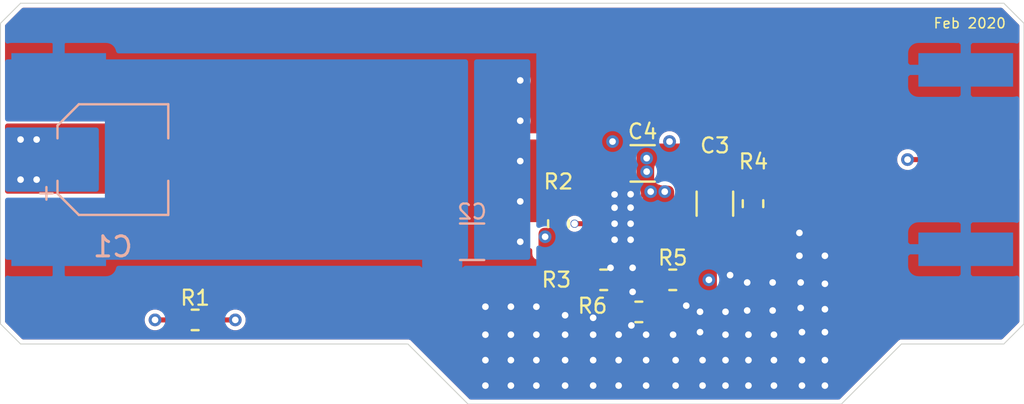
<source format=kicad_pcb>
(kicad_pcb (version 20171130) (host pcbnew "(5.1.5)-3")

  (general
    (thickness 1.6)
    (drawings 21)
    (tracks 123)
    (zones 0)
    (modules 13)
    (nets 11)
  )

  (page A4)
  (layers
    (0 F.Cu signal)
    (1 In1.Cu power)
    (2 In2.Cu power)
    (31 B.Cu signal)
    (32 B.Adhes user)
    (33 F.Adhes user)
    (34 B.Paste user hide)
    (35 F.Paste user hide)
    (36 B.SilkS user)
    (37 F.SilkS user)
    (38 B.Mask user hide)
    (39 F.Mask user)
    (40 Dwgs.User user)
    (41 Cmts.User user)
    (42 Eco1.User user)
    (43 Eco2.User user)
    (44 Edge.Cuts user)
    (45 Margin user hide)
    (46 B.CrtYd user)
    (47 F.CrtYd user)
    (48 B.Fab user)
    (49 F.Fab user hide)
  )

  (setup
    (last_trace_width 0.25)
    (user_trace_width 0.254)
    (trace_clearance 0.2)
    (zone_clearance 0.2)
    (zone_45_only no)
    (trace_min 0.2)
    (via_size 0.8)
    (via_drill 0.4)
    (via_min_size 0.4)
    (via_min_drill 0.3)
    (user_via 0.4 0.3048)
    (uvia_size 0.3)
    (uvia_drill 0.1)
    (uvias_allowed no)
    (uvia_min_size 0.2)
    (uvia_min_drill 0.1)
    (edge_width 0.05)
    (segment_width 0.2)
    (pcb_text_width 0.3)
    (pcb_text_size 1.5 1.5)
    (mod_edge_width 0.12)
    (mod_text_size 1 1)
    (mod_text_width 0.15)
    (pad_size 0.25 1)
    (pad_drill 0)
    (pad_to_mask_clearance 0.051)
    (solder_mask_min_width 0.25)
    (aux_axis_origin 0 0)
    (visible_elements 7FFFFFFF)
    (pcbplotparams
      (layerselection 0x010fc_ffffffff)
      (usegerberextensions false)
      (usegerberattributes false)
      (usegerberadvancedattributes false)
      (creategerberjobfile false)
      (excludeedgelayer true)
      (linewidth 0.100000)
      (plotframeref false)
      (viasonmask false)
      (mode 1)
      (useauxorigin false)
      (hpglpennumber 1)
      (hpglpenspeed 20)
      (hpglpendiameter 15.000000)
      (psnegative false)
      (psa4output false)
      (plotreference true)
      (plotvalue true)
      (plotinvisibletext false)
      (padsonsilk false)
      (subtractmaskfromsilk false)
      (outputformat 1)
      (mirror false)
      (drillshape 1)
      (scaleselection 1)
      (outputdirectory ""))
  )

  (net 0 "")
  (net 1 /VIN)
  (net 2 GND)
  (net 3 /VOUT)
  (net 4 /EN_UV)
  (net 5 /PG)
  (net 6 "Net-(C3-Pad2)")
  (net 7 /SET)
  (net 8 /OUTS)
  (net 9 /ILIM)
  (net 10 /PGFB)

  (net_class Default "This is the default net class."
    (clearance 0.2)
    (trace_width 0.25)
    (via_dia 0.8)
    (via_drill 0.4)
    (uvia_dia 0.3)
    (uvia_drill 0.1)
    (add_net /EN_UV)
    (add_net /ILIM)
    (add_net /OUTS)
    (add_net /PG)
    (add_net /PGFB)
    (add_net /SET)
    (add_net /VIN)
    (add_net /VOUT)
    (add_net GND)
    (add_net "Net-(C3-Pad2)")
  )

  (module Straightener01:C_1206_Split (layer F.Cu) (tedit 5E50749A) (tstamp 5E337F4B)
    (at 134 100.99)
    (descr "Capacitor SMD 1206 (3216 Metric), square (rectangular) end terminal, IPC_7351 nominal with elongated pad for handsoldering. (Body size source: http://www.tortai-tech.com/upload/download/2011102023233369053.pdf), generated with kicad-footprint-generator")
    (tags "capacitor handsolder")
    (path /5E36F88B)
    (attr smd)
    (fp_text reference C4 (at 0 -1.59) (layer F.SilkS)
      (effects (font (size 0.75 0.75) (thickness 0.1125)))
    )
    (fp_text value 10uF (at 0 1.82) (layer F.Fab) hide
      (effects (font (size 1 1) (thickness 0.15)))
    )
    (fp_text user %R (at 0 0) (layer F.Fab) hide
      (effects (font (size 0.8 0.8) (thickness 0.12)))
    )
    (fp_line (start 2.45 1.12) (end -2.45 1.12) (layer F.CrtYd) (width 0.05))
    (fp_line (start 2.45 -1.12) (end 2.45 1.12) (layer F.CrtYd) (width 0.05))
    (fp_line (start -2.45 -1.12) (end 2.45 -1.12) (layer F.CrtYd) (width 0.05))
    (fp_line (start -2.45 1.12) (end -2.45 -1.12) (layer F.CrtYd) (width 0.05))
    (fp_line (start -0.602064 0.91) (end 0.602064 0.91) (layer F.SilkS) (width 0.12))
    (fp_line (start -0.602064 -0.91) (end 0.602064 -0.91) (layer F.SilkS) (width 0.12))
    (fp_line (start 1.6 0.8) (end -1.6 0.8) (layer F.Fab) (width 0.1))
    (fp_line (start 1.6 -0.8) (end 1.6 0.8) (layer F.Fab) (width 0.1))
    (fp_line (start -1.6 -0.8) (end 1.6 -0.8) (layer F.Fab) (width 0.1))
    (fp_line (start -1.6 0.8) (end -1.6 -0.8) (layer F.Fab) (width 0.1))
    (pad 4 smd roundrect (at 1.4875 0.5) (size 1.425 0.75) (layers F.Cu F.Paste F.Mask) (roundrect_rratio 0.175)
      (net 8 /OUTS))
    (pad 3 smd roundrect (at 1.4875 -0.5) (size 1.425 0.75) (layers F.Cu F.Paste F.Mask) (roundrect_rratio 0.175)
      (net 3 /VOUT))
    (pad 2 smd roundrect (at -1.4875 0.5) (size 1.425 0.75) (layers F.Cu F.Paste F.Mask) (roundrect_rratio 0.175)
      (net 2 GND))
    (pad 1 smd roundrect (at -1.4875 -0.5) (size 1.425 0.75) (layers F.Cu F.Paste F.Mask) (roundrect_rratio 0.175)
      (net 6 "Net-(C3-Pad2)"))
    (model ${KISYS3DMOD}/Capacitor_SMD.3dshapes/C_1206_3216Metric.wrl
      (at (xyz 0 0 0))
      (scale (xyz 1 1 1))
      (rotate (xyz 0 0 0))
    )
  )

  (module Capacitor_SMD:CP_Elec_5x5.3 (layer B.Cu) (tedit 5BCA39CF) (tstamp 5E336D42)
    (at 107.6 100.8)
    (descr "SMD capacitor, aluminum electrolytic, Nichicon, 5.0x5.3mm")
    (tags "capacitor electrolytic")
    (path /5E227E73)
    (attr smd)
    (fp_text reference C1 (at 0 4.35) (layer B.SilkS)
      (effects (font (size 1 1) (thickness 0.15)) (justify mirror))
    )
    (fp_text value 22uF (at 0 -4.35) (layer B.Fab)
      (effects (font (size 1 1) (thickness 0.15)) (justify mirror))
    )
    (fp_text user %R (at 0 0) (layer B.Fab)
      (effects (font (size 1 1) (thickness 0.15)) (justify mirror))
    )
    (fp_line (start -3.95 -1.05) (end -2.9 -1.05) (layer B.CrtYd) (width 0.05))
    (fp_line (start -3.95 1.05) (end -3.95 -1.05) (layer B.CrtYd) (width 0.05))
    (fp_line (start -2.9 1.05) (end -3.95 1.05) (layer B.CrtYd) (width 0.05))
    (fp_line (start -2.9 -1.05) (end -2.9 -1.75) (layer B.CrtYd) (width 0.05))
    (fp_line (start -2.9 1.75) (end -2.9 1.05) (layer B.CrtYd) (width 0.05))
    (fp_line (start -2.9 1.75) (end -1.75 2.9) (layer B.CrtYd) (width 0.05))
    (fp_line (start -2.9 -1.75) (end -1.75 -2.9) (layer B.CrtYd) (width 0.05))
    (fp_line (start -1.75 2.9) (end 2.9 2.9) (layer B.CrtYd) (width 0.05))
    (fp_line (start -1.75 -2.9) (end 2.9 -2.9) (layer B.CrtYd) (width 0.05))
    (fp_line (start 2.9 -1.05) (end 2.9 -2.9) (layer B.CrtYd) (width 0.05))
    (fp_line (start 3.95 -1.05) (end 2.9 -1.05) (layer B.CrtYd) (width 0.05))
    (fp_line (start 3.95 1.05) (end 3.95 -1.05) (layer B.CrtYd) (width 0.05))
    (fp_line (start 2.9 1.05) (end 3.95 1.05) (layer B.CrtYd) (width 0.05))
    (fp_line (start 2.9 2.9) (end 2.9 1.05) (layer B.CrtYd) (width 0.05))
    (fp_line (start -3.3125 1.9975) (end -3.3125 1.3725) (layer B.SilkS) (width 0.12))
    (fp_line (start -3.625 1.685) (end -3 1.685) (layer B.SilkS) (width 0.12))
    (fp_line (start -2.76 -1.695563) (end -1.695563 -2.76) (layer B.SilkS) (width 0.12))
    (fp_line (start -2.76 1.695563) (end -1.695563 2.76) (layer B.SilkS) (width 0.12))
    (fp_line (start -2.76 1.695563) (end -2.76 1.06) (layer B.SilkS) (width 0.12))
    (fp_line (start -2.76 -1.695563) (end -2.76 -1.06) (layer B.SilkS) (width 0.12))
    (fp_line (start -1.695563 -2.76) (end 2.76 -2.76) (layer B.SilkS) (width 0.12))
    (fp_line (start -1.695563 2.76) (end 2.76 2.76) (layer B.SilkS) (width 0.12))
    (fp_line (start 2.76 2.76) (end 2.76 1.06) (layer B.SilkS) (width 0.12))
    (fp_line (start 2.76 -2.76) (end 2.76 -1.06) (layer B.SilkS) (width 0.12))
    (fp_line (start -1.783956 1.45) (end -1.783956 0.95) (layer B.Fab) (width 0.1))
    (fp_line (start -2.033956 1.2) (end -1.533956 1.2) (layer B.Fab) (width 0.1))
    (fp_line (start -2.65 -1.65) (end -1.65 -2.65) (layer B.Fab) (width 0.1))
    (fp_line (start -2.65 1.65) (end -1.65 2.65) (layer B.Fab) (width 0.1))
    (fp_line (start -2.65 1.65) (end -2.65 -1.65) (layer B.Fab) (width 0.1))
    (fp_line (start -1.65 -2.65) (end 2.65 -2.65) (layer B.Fab) (width 0.1))
    (fp_line (start -1.65 2.65) (end 2.65 2.65) (layer B.Fab) (width 0.1))
    (fp_line (start 2.65 2.65) (end 2.65 -2.65) (layer B.Fab) (width 0.1))
    (fp_circle (center 0 0) (end 2.5 0) (layer B.Fab) (width 0.1))
    (pad 2 smd roundrect (at 2.2 0) (size 3 1.6) (layers B.Cu B.Paste B.Mask) (roundrect_rratio 0.15625)
      (net 2 GND))
    (pad 1 smd roundrect (at -2.2 0) (size 3 1.6) (layers B.Cu B.Paste B.Mask) (roundrect_rratio 0.15625)
      (net 1 /VIN))
    (model ${KISYS3DMOD}/Capacitor_SMD.3dshapes/CP_Elec_5x5.3.wrl
      (at (xyz 0 0 0))
      (scale (xyz 1 1 1))
      (rotate (xyz 0 0 0))
    )
  )

  (module Capacitor_SMD:C_1206_3216Metric_Pad1.42x1.75mm_HandSolder (layer B.Cu) (tedit 5B301BBE) (tstamp 5E336D53)
    (at 125.5 104.9 180)
    (descr "Capacitor SMD 1206 (3216 Metric), square (rectangular) end terminal, IPC_7351 nominal with elongated pad for handsoldering. (Body size source: http://www.tortai-tech.com/upload/download/2011102023233369053.pdf), generated with kicad-footprint-generator")
    (tags "capacitor handsolder")
    (path /5E227263)
    (attr smd)
    (fp_text reference C2 (at 0 1.5) (layer B.SilkS)
      (effects (font (size 0.75 0.75) (thickness 0.1125)) (justify mirror))
    )
    (fp_text value 4.7uF (at 0 -1.82) (layer B.Fab) hide
      (effects (font (size 1 1) (thickness 0.15)) (justify mirror))
    )
    (fp_line (start -1.6 -0.8) (end -1.6 0.8) (layer B.Fab) (width 0.1))
    (fp_line (start -1.6 0.8) (end 1.6 0.8) (layer B.Fab) (width 0.1))
    (fp_line (start 1.6 0.8) (end 1.6 -0.8) (layer B.Fab) (width 0.1))
    (fp_line (start 1.6 -0.8) (end -1.6 -0.8) (layer B.Fab) (width 0.1))
    (fp_line (start -0.602064 0.91) (end 0.602064 0.91) (layer B.SilkS) (width 0.12))
    (fp_line (start -0.602064 -0.91) (end 0.602064 -0.91) (layer B.SilkS) (width 0.12))
    (fp_line (start -2.45 -1.12) (end -2.45 1.12) (layer B.CrtYd) (width 0.05))
    (fp_line (start -2.45 1.12) (end 2.45 1.12) (layer B.CrtYd) (width 0.05))
    (fp_line (start 2.45 1.12) (end 2.45 -1.12) (layer B.CrtYd) (width 0.05))
    (fp_line (start 2.45 -1.12) (end -2.45 -1.12) (layer B.CrtYd) (width 0.05))
    (fp_text user %R (at 0 0) (layer B.Fab) hide
      (effects (font (size 0.8 0.8) (thickness 0.12)) (justify mirror))
    )
    (pad 1 smd roundrect (at -1.4875 0 180) (size 1.425 1.75) (layers B.Cu B.Paste B.Mask) (roundrect_rratio 0.175439)
      (net 1 /VIN))
    (pad 2 smd roundrect (at 1.4875 0 180) (size 1.425 1.75) (layers B.Cu B.Paste B.Mask) (roundrect_rratio 0.175439)
      (net 2 GND))
    (model ${KISYS3DMOD}/Capacitor_SMD.3dshapes/C_1206_3216Metric.wrl
      (at (xyz 0 0 0))
      (scale (xyz 1 1 1))
      (rotate (xyz 0 0 0))
    )
  )

  (module Capacitor_SMD:C_1206_3216Metric_Pad1.42x1.75mm_HandSolder (layer F.Cu) (tedit 5E336D88) (tstamp 5E47215B)
    (at 137.6 103 90)
    (descr "Capacitor SMD 1206 (3216 Metric), square (rectangular) end terminal, IPC_7351 nominal with elongated pad for handsoldering. (Body size source: http://www.tortai-tech.com/upload/download/2011102023233369053.pdf), generated with kicad-footprint-generator")
    (tags "capacitor handsolder")
    (path /5E233AC4)
    (attr smd)
    (fp_text reference C3 (at 2.9 0) (layer F.SilkS)
      (effects (font (size 0.75 0.75) (thickness 0.1125)))
    )
    (fp_text value 4.7uF (at 0 1.82 90) (layer F.Fab)
      (effects (font (size 1 1) (thickness 0.15)))
    )
    (fp_text user %R (at 0 0 90) (layer F.Fab)
      (effects (font (size 0.8 0.8) (thickness 0.12)))
    )
    (fp_line (start 2.45 1.12) (end -2.45 1.12) (layer F.CrtYd) (width 0.05))
    (fp_line (start 2.45 -1.12) (end 2.45 1.12) (layer F.CrtYd) (width 0.05))
    (fp_line (start -2.45 -1.12) (end 2.45 -1.12) (layer F.CrtYd) (width 0.05))
    (fp_line (start -2.45 1.12) (end -2.45 -1.12) (layer F.CrtYd) (width 0.05))
    (fp_line (start -0.602064 0.91) (end 0.602064 0.91) (layer F.SilkS) (width 0.12))
    (fp_line (start -0.602064 -0.91) (end 0.602064 -0.91) (layer F.SilkS) (width 0.12))
    (fp_line (start 1.6 0.8) (end -1.6 0.8) (layer F.Fab) (width 0.1))
    (fp_line (start 1.6 -0.8) (end 1.6 0.8) (layer F.Fab) (width 0.1))
    (fp_line (start -1.6 -0.8) (end 1.6 -0.8) (layer F.Fab) (width 0.1))
    (fp_line (start -1.6 0.8) (end -1.6 -0.8) (layer F.Fab) (width 0.1))
    (pad 2 smd roundrect (at 1.4875 0 90) (size 1.425 1.75) (layers F.Cu F.Paste F.Mask) (roundrect_rratio 0.175)
      (net 6 "Net-(C3-Pad2)"))
    (pad 1 smd roundrect (at -1.4875 0 90) (size 1.425 1.75) (layers F.Cu F.Paste F.Mask) (roundrect_rratio 0.175439)
      (net 7 /SET))
    (model ${KISYS3DMOD}/Capacitor_SMD.3dshapes/C_1206_3216Metric.wrl
      (at (xyz 0 0 0))
      (scale (xyz 1 1 1))
      (rotate (xyz 0 0 0))
    )
  )

  (module Straightener01:DFN-10 (layer F.Cu) (tedit 5E445622) (tstamp 5E336D84)
    (at 133 104 270)
    (path /5E22EFD2)
    (fp_text reference IC1 (at 0 -2.925 90) (layer F.SilkS) hide
      (effects (font (size 1 1) (thickness 0.15)))
    )
    (fp_text value LT3045EDD (at 0 -3.925 90) (layer F.Fab)
      (effects (font (size 1 1) (thickness 0.15)))
    )
    (pad 1 smd rect (at -1 1.525 270) (size 0.25 1) (layers F.Cu F.Paste F.Mask)
      (net 1 /VIN))
    (pad 2 smd rect (at -0.5 1.525 270) (size 0.25 1) (layers F.Cu F.Paste F.Mask)
      (net 1 /VIN))
    (pad 3 smd rect (at 0 1.525 270) (size 0.25 1) (layers F.Cu F.Paste F.Mask)
      (net 4 /EN_UV))
    (pad 4 smd rect (at 0.5 1.525 270) (size 0.25 1) (layers F.Cu F.Paste F.Mask)
      (net 5 /PG))
    (pad 5 smd rect (at 1 1.525 270) (size 0.25 1) (layers F.Cu F.Paste F.Mask)
      (net 9 /ILIM))
    (pad 6 smd rect (at 1 -1.525 270) (size 0.25 1) (layers F.Cu F.Paste F.Mask)
      (net 10 /PGFB))
    (pad 7 smd rect (at 0.5 -1.525 270) (size 0.25 1) (layers F.Cu F.Paste F.Mask)
      (net 7 /SET))
    (pad 8 smd rect (at 0 -1.525 270) (size 0.25 1) (layers F.Cu F.Paste F.Mask)
      (net 2 GND))
    (pad 9 smd rect (at -0.5 -1.525 270) (size 0.25 1) (layers F.Cu F.Paste F.Mask)
      (net 8 /OUTS))
    (pad 10 smd rect (at -1 -1.525 270) (size 0.25 1) (layers F.Cu F.Paste F.Mask)
      (net 3 /VOUT))
    (pad 11 smd rect (at 0 0 270) (size 2.38 1.65) (layers F.Cu F.Paste F.Mask)
      (net 2 GND))
    (model ${KIPRJMOD}/Straightener01.3dshapes/DFN-10.wrl
      (at (xyz 0 0 0))
      (scale (xyz 1 1 1))
      (rotate (xyz 0 0 0))
    )
  )

  (module Straightener01:C112640 (layer F.Cu) (tedit 5E222216) (tstamp 5E336D8D)
    (at 104.9 100.8 270)
    (path /5E22316F)
    (fp_text reference J1 (at 0 -4.1 90) (layer F.SilkS) hide
      (effects (font (size 1 1) (thickness 0.15)))
    )
    (fp_text value C112640 (at 0 -5.1 90) (layer F.Fab) hide
      (effects (font (size 1 1) (thickness 0.15)))
    )
    (pad 2 smd rect (at 4.475 0 270) (size 1.67 4.72) (layers B.Cu B.Paste B.Mask)
      (net 2 GND) (solder_mask_margin 0.5) (clearance 0.5))
    (pad 2 smd rect (at -4.475 0 270) (size 1.67 4.72) (layers B.Cu B.Paste B.Mask)
      (net 2 GND) (solder_mask_margin 0.5) (clearance 0.5))
    (pad 1 smd rect (at 0 0 270) (size 0.86 4.72) (layers F.Cu F.Paste F.Mask)
      (net 1 /VIN) (solder_mask_margin 0.5) (clearance 0.5))
    (pad 2 smd rect (at 4.925 0 270) (size 1.35 4.72) (layers F.Cu F.Paste F.Mask)
      (net 2 GND) (solder_mask_margin 0.5) (clearance 0.5))
    (pad 2 smd rect (at -4.925 0 270) (size 1.35 4.72) (layers F.Cu F.Paste F.Mask)
      (net 2 GND) (solder_mask_margin 0.5) (clearance 0.5))
    (model ${KIPRJMOD}/Straightener01.3dshapes/C112640.wrl
      (at (xyz 0 0 0))
      (scale (xyz 1 1 1))
      (rotate (xyz 0 0 0))
    )
  )

  (module Straightener01:C112640 (layer F.Cu) (tedit 5E222216) (tstamp 5E336D96)
    (at 150.1 100.8 90)
    (path /5E223758)
    (fp_text reference J2 (at 0 -4.1 90) (layer F.SilkS) hide
      (effects (font (size 1 1) (thickness 0.15)))
    )
    (fp_text value C112640 (at 0 -5.1 90) (layer F.Fab) hide
      (effects (font (size 1 1) (thickness 0.15)))
    )
    (pad 2 smd rect (at -4.925 0 90) (size 1.35 4.72) (layers F.Cu F.Paste F.Mask)
      (net 2 GND) (solder_mask_margin 0.5) (clearance 0.5))
    (pad 2 smd rect (at 4.925 0 90) (size 1.35 4.72) (layers F.Cu F.Paste F.Mask)
      (net 2 GND) (solder_mask_margin 0.5) (clearance 0.5))
    (pad 1 smd rect (at 0 0 90) (size 0.86 4.72) (layers F.Cu F.Paste F.Mask)
      (net 3 /VOUT) (solder_mask_margin 0.5) (clearance 0.5))
    (pad 2 smd rect (at -4.475 0 90) (size 1.67 4.72) (layers B.Cu B.Paste B.Mask)
      (net 2 GND) (solder_mask_margin 0.5) (clearance 0.5))
    (pad 2 smd rect (at 4.475 0 90) (size 1.67 4.72) (layers B.Cu B.Paste B.Mask)
      (net 2 GND) (solder_mask_margin 0.5) (clearance 0.5))
    (model ${KIPRJMOD}/Straightener01.3dshapes/C112640.wrl
      (at (xyz 0 0 0))
      (scale (xyz 1 1 1))
      (rotate (xyz 0 0 0))
    )
  )

  (module Resistor_SMD:R_0603_1608Metric_Pad1.05x0.95mm_HandSolder (layer F.Cu) (tedit 5B301BBD) (tstamp 5E336DA7)
    (at 111.7 108.8)
    (descr "Resistor SMD 0603 (1608 Metric), square (rectangular) end terminal, IPC_7351 nominal with elongated pad for handsoldering. (Body size source: http://www.tortai-tech.com/upload/download/2011102023233369053.pdf), generated with kicad-footprint-generator")
    (tags "resistor handsolder")
    (path /5E22B156)
    (attr smd)
    (fp_text reference R1 (at 0 -1.1) (layer F.SilkS)
      (effects (font (size 0.75 0.75) (thickness 0.1125)))
    )
    (fp_text value SET (at 0 1.43) (layer F.Fab)
      (effects (font (size 1 1) (thickness 0.15)))
    )
    (fp_text user %R (at 0 0) (layer F.Fab)
      (effects (font (size 0.4 0.4) (thickness 0.06)))
    )
    (fp_line (start 1.65 0.73) (end -1.65 0.73) (layer F.CrtYd) (width 0.05))
    (fp_line (start 1.65 -0.73) (end 1.65 0.73) (layer F.CrtYd) (width 0.05))
    (fp_line (start -1.65 -0.73) (end 1.65 -0.73) (layer F.CrtYd) (width 0.05))
    (fp_line (start -1.65 0.73) (end -1.65 -0.73) (layer F.CrtYd) (width 0.05))
    (fp_line (start -0.171267 0.51) (end 0.171267 0.51) (layer F.SilkS) (width 0.12))
    (fp_line (start -0.171267 -0.51) (end 0.171267 -0.51) (layer F.SilkS) (width 0.12))
    (fp_line (start 0.8 0.4) (end -0.8 0.4) (layer F.Fab) (width 0.1))
    (fp_line (start 0.8 -0.4) (end 0.8 0.4) (layer F.Fab) (width 0.1))
    (fp_line (start -0.8 -0.4) (end 0.8 -0.4) (layer F.Fab) (width 0.1))
    (fp_line (start -0.8 0.4) (end -0.8 -0.4) (layer F.Fab) (width 0.1))
    (pad 2 smd roundrect (at 0.875 0) (size 1.05 0.95) (layers F.Cu F.Paste F.Mask) (roundrect_rratio 0.25)
      (net 4 /EN_UV))
    (pad 1 smd roundrect (at -0.875 0) (size 1.05 0.95) (layers F.Cu F.Paste F.Mask) (roundrect_rratio 0.25)
      (net 1 /VIN))
    (model ${KISYS3DMOD}/Resistor_SMD.3dshapes/R_0603_1608Metric.wrl
      (at (xyz 0 0 0))
      (scale (xyz 1 1 1))
      (rotate (xyz 0 0 0))
    )
  )

  (module Resistor_SMD:R_0603_1608Metric_Pad1.05x0.95mm_HandSolder (layer F.Cu) (tedit 5B301BBD) (tstamp 5E336DB8)
    (at 129.8 104 270)
    (descr "Resistor SMD 0603 (1608 Metric), square (rectangular) end terminal, IPC_7351 nominal with elongated pad for handsoldering. (Body size source: http://www.tortai-tech.com/upload/download/2011102023233369053.pdf), generated with kicad-footprint-generator")
    (tags "resistor handsolder")
    (path /5E230608)
    (attr smd)
    (fp_text reference R2 (at -2.1 0 180) (layer F.SilkS)
      (effects (font (size 0.75 0.75) (thickness 0.1125)))
    )
    (fp_text value 200k (at 0 1.43 90) (layer F.Fab)
      (effects (font (size 1 1) (thickness 0.15)))
    )
    (fp_line (start -0.8 0.4) (end -0.8 -0.4) (layer F.Fab) (width 0.1))
    (fp_line (start -0.8 -0.4) (end 0.8 -0.4) (layer F.Fab) (width 0.1))
    (fp_line (start 0.8 -0.4) (end 0.8 0.4) (layer F.Fab) (width 0.1))
    (fp_line (start 0.8 0.4) (end -0.8 0.4) (layer F.Fab) (width 0.1))
    (fp_line (start -0.171267 -0.51) (end 0.171267 -0.51) (layer F.SilkS) (width 0.12))
    (fp_line (start -0.171267 0.51) (end 0.171267 0.51) (layer F.SilkS) (width 0.12))
    (fp_line (start -1.65 0.73) (end -1.65 -0.73) (layer F.CrtYd) (width 0.05))
    (fp_line (start -1.65 -0.73) (end 1.65 -0.73) (layer F.CrtYd) (width 0.05))
    (fp_line (start 1.65 -0.73) (end 1.65 0.73) (layer F.CrtYd) (width 0.05))
    (fp_line (start 1.65 0.73) (end -1.65 0.73) (layer F.CrtYd) (width 0.05))
    (fp_text user %R (at 0 0 90) (layer F.Fab)
      (effects (font (size 0.4 0.4) (thickness 0.06)))
    )
    (pad 1 smd roundrect (at -0.875 0 270) (size 1.05 0.95) (layers F.Cu F.Paste F.Mask) (roundrect_rratio 0.25)
      (net 1 /VIN))
    (pad 2 smd roundrect (at 0.875 0 270) (size 1.05 0.95) (layers F.Cu F.Paste F.Mask) (roundrect_rratio 0.25)
      (net 5 /PG))
    (model ${KISYS3DMOD}/Resistor_SMD.3dshapes/R_0603_1608Metric.wrl
      (at (xyz 0 0 0))
      (scale (xyz 1 1 1))
      (rotate (xyz 0 0 0))
    )
  )

  (module Resistor_SMD:R_0603_1608Metric_Pad1.05x0.95mm_HandSolder (layer F.Cu) (tedit 5E34BF9A) (tstamp 5E336DC9)
    (at 132.06 106.8)
    (descr "Resistor SMD 0603 (1608 Metric), square (rectangular) end terminal, IPC_7351 nominal with elongated pad for handsoldering. (Body size source: http://www.tortai-tech.com/upload/download/2011102023233369053.pdf), generated with kicad-footprint-generator")
    (tags "resistor handsolder")
    (path /5E232A06)
    (attr smd)
    (fp_text reference R3 (at -2.36 0) (layer F.SilkS)
      (effects (font (size 0.75 0.75) (thickness 0.1125)))
    )
    (fp_text value 249 (at 0 1.43) (layer F.Fab)
      (effects (font (size 1 1) (thickness 0.15)))
    )
    (fp_text user %R (at 0 0) (layer F.Fab)
      (effects (font (size 0.4 0.4) (thickness 0.06)))
    )
    (fp_line (start 1.65 0.73) (end -1.65 0.73) (layer F.CrtYd) (width 0.05))
    (fp_line (start 1.65 -0.73) (end 1.65 0.73) (layer F.CrtYd) (width 0.05))
    (fp_line (start -1.65 -0.73) (end 1.65 -0.73) (layer F.CrtYd) (width 0.05))
    (fp_line (start -1.65 0.73) (end -1.65 -0.73) (layer F.CrtYd) (width 0.05))
    (fp_line (start -0.171267 0.51) (end 0.171267 0.51) (layer F.SilkS) (width 0.12))
    (fp_line (start -0.171267 -0.51) (end 0.171267 -0.51) (layer F.SilkS) (width 0.12))
    (fp_line (start 0.8 0.4) (end -0.8 0.4) (layer F.Fab) (width 0.1))
    (fp_line (start 0.8 -0.4) (end 0.8 0.4) (layer F.Fab) (width 0.1))
    (fp_line (start -0.8 -0.4) (end 0.8 -0.4) (layer F.Fab) (width 0.1))
    (fp_line (start -0.8 0.4) (end -0.8 -0.4) (layer F.Fab) (width 0.1))
    (pad 2 smd roundrect (at 0.875 0) (size 1.05 0.95) (layers F.Cu F.Paste F.Mask) (roundrect_rratio 0.25)
      (net 2 GND))
    (pad 1 smd roundrect (at -0.875 0) (size 1.05 0.95) (layers F.Cu F.Paste F.Mask) (roundrect_rratio 0.25)
      (net 9 /ILIM))
    (model ${KISYS3DMOD}/Resistor_SMD.3dshapes/R_0603_1608Metric.wrl
      (at (xyz 0 0 0))
      (scale (xyz 1 1 1))
      (rotate (xyz 0 0 0))
    )
  )

  (module Resistor_SMD:R_0603_1608Metric_Pad1.05x0.95mm_HandSolder (layer F.Cu) (tedit 5B301BBD) (tstamp 5E336DDA)
    (at 139.5 103 90)
    (descr "Resistor SMD 0603 (1608 Metric), square (rectangular) end terminal, IPC_7351 nominal with elongated pad for handsoldering. (Body size source: http://www.tortai-tech.com/upload/download/2011102023233369053.pdf), generated with kicad-footprint-generator")
    (tags "resistor handsolder")
    (path /5E235C8D)
    (attr smd)
    (fp_text reference R4 (at 2.1 0.02 180) (layer F.SilkS)
      (effects (font (size 0.75 0.75) (thickness 0.1125)))
    )
    (fp_text value SET (at 0 1.43 90) (layer F.Fab)
      (effects (font (size 1 1) (thickness 0.15)))
    )
    (fp_line (start -0.8 0.4) (end -0.8 -0.4) (layer F.Fab) (width 0.1))
    (fp_line (start -0.8 -0.4) (end 0.8 -0.4) (layer F.Fab) (width 0.1))
    (fp_line (start 0.8 -0.4) (end 0.8 0.4) (layer F.Fab) (width 0.1))
    (fp_line (start 0.8 0.4) (end -0.8 0.4) (layer F.Fab) (width 0.1))
    (fp_line (start -0.171267 -0.51) (end 0.171267 -0.51) (layer F.SilkS) (width 0.12))
    (fp_line (start -0.171267 0.51) (end 0.171267 0.51) (layer F.SilkS) (width 0.12))
    (fp_line (start -1.65 0.73) (end -1.65 -0.73) (layer F.CrtYd) (width 0.05))
    (fp_line (start -1.65 -0.73) (end 1.65 -0.73) (layer F.CrtYd) (width 0.05))
    (fp_line (start 1.65 -0.73) (end 1.65 0.73) (layer F.CrtYd) (width 0.05))
    (fp_line (start 1.65 0.73) (end -1.65 0.73) (layer F.CrtYd) (width 0.05))
    (fp_text user %R (at 0 0 90) (layer F.Fab)
      (effects (font (size 0.4 0.4) (thickness 0.06)))
    )
    (pad 1 smd roundrect (at -0.875 0 90) (size 1.05 0.95) (layers F.Cu F.Paste F.Mask) (roundrect_rratio 0.25)
      (net 7 /SET))
    (pad 2 smd roundrect (at 0.875 0 90) (size 1.05 0.95) (layers F.Cu F.Paste F.Mask) (roundrect_rratio 0.25)
      (net 6 "Net-(C3-Pad2)"))
    (model ${KISYS3DMOD}/Resistor_SMD.3dshapes/R_0603_1608Metric.wrl
      (at (xyz 0 0 0))
      (scale (xyz 1 1 1))
      (rotate (xyz 0 0 0))
    )
  )

  (module Resistor_SMD:R_0603_1608Metric_Pad1.05x0.95mm_HandSolder (layer F.Cu) (tedit 5B301BBD) (tstamp 5E336DEB)
    (at 135.5 106.8 180)
    (descr "Resistor SMD 0603 (1608 Metric), square (rectangular) end terminal, IPC_7351 nominal with elongated pad for handsoldering. (Body size source: http://www.tortai-tech.com/upload/download/2011102023233369053.pdf), generated with kicad-footprint-generator")
    (tags "resistor handsolder")
    (path /5E237473)
    (attr smd)
    (fp_text reference R5 (at 0 1.1) (layer F.SilkS)
      (effects (font (size 0.75 0.75) (thickness 0.1125)))
    )
    (fp_text value 453k (at 0 1.43) (layer F.Fab)
      (effects (font (size 1 1) (thickness 0.15)))
    )
    (fp_text user %R (at 0 0) (layer F.Fab)
      (effects (font (size 0.4 0.4) (thickness 0.06)))
    )
    (fp_line (start 1.65 0.73) (end -1.65 0.73) (layer F.CrtYd) (width 0.05))
    (fp_line (start 1.65 -0.73) (end 1.65 0.73) (layer F.CrtYd) (width 0.05))
    (fp_line (start -1.65 -0.73) (end 1.65 -0.73) (layer F.CrtYd) (width 0.05))
    (fp_line (start -1.65 0.73) (end -1.65 -0.73) (layer F.CrtYd) (width 0.05))
    (fp_line (start -0.171267 0.51) (end 0.171267 0.51) (layer F.SilkS) (width 0.12))
    (fp_line (start -0.171267 -0.51) (end 0.171267 -0.51) (layer F.SilkS) (width 0.12))
    (fp_line (start 0.8 0.4) (end -0.8 0.4) (layer F.Fab) (width 0.1))
    (fp_line (start 0.8 -0.4) (end 0.8 0.4) (layer F.Fab) (width 0.1))
    (fp_line (start -0.8 -0.4) (end 0.8 -0.4) (layer F.Fab) (width 0.1))
    (fp_line (start -0.8 0.4) (end -0.8 -0.4) (layer F.Fab) (width 0.1))
    (pad 2 smd roundrect (at 0.875 0 180) (size 1.05 0.95) (layers F.Cu F.Paste F.Mask) (roundrect_rratio 0.25)
      (net 10 /PGFB))
    (pad 1 smd roundrect (at -0.875 0 180) (size 1.05 0.95) (layers F.Cu F.Paste F.Mask) (roundrect_rratio 0.25)
      (net 3 /VOUT))
    (model ${KISYS3DMOD}/Resistor_SMD.3dshapes/R_0603_1608Metric.wrl
      (at (xyz 0 0 0))
      (scale (xyz 1 1 1))
      (rotate (xyz 0 0 0))
    )
  )

  (module Resistor_SMD:R_0603_1608Metric_Pad1.05x0.95mm_HandSolder (layer F.Cu) (tedit 5E34BF9D) (tstamp 5E336DFC)
    (at 133.81 108.4 180)
    (descr "Resistor SMD 0603 (1608 Metric), square (rectangular) end terminal, IPC_7351 nominal with elongated pad for handsoldering. (Body size source: http://www.tortai-tech.com/upload/download/2011102023233369053.pdf), generated with kicad-footprint-generator")
    (tags "resistor handsolder")
    (path /5E239B55)
    (attr smd)
    (fp_text reference R6 (at 2.31 0.3) (layer F.SilkS)
      (effects (font (size 0.75 0.75) (thickness 0.1125)))
    )
    (fp_text value 49.9k (at 0 1.43) (layer F.Fab)
      (effects (font (size 1 1) (thickness 0.15)))
    )
    (fp_line (start -0.8 0.4) (end -0.8 -0.4) (layer F.Fab) (width 0.1))
    (fp_line (start -0.8 -0.4) (end 0.8 -0.4) (layer F.Fab) (width 0.1))
    (fp_line (start 0.8 -0.4) (end 0.8 0.4) (layer F.Fab) (width 0.1))
    (fp_line (start 0.8 0.4) (end -0.8 0.4) (layer F.Fab) (width 0.1))
    (fp_line (start -0.171267 -0.51) (end 0.171267 -0.51) (layer F.SilkS) (width 0.12))
    (fp_line (start -0.171267 0.51) (end 0.171267 0.51) (layer F.SilkS) (width 0.12))
    (fp_line (start -1.65 0.73) (end -1.65 -0.73) (layer F.CrtYd) (width 0.05))
    (fp_line (start -1.65 -0.73) (end 1.65 -0.73) (layer F.CrtYd) (width 0.05))
    (fp_line (start 1.65 -0.73) (end 1.65 0.73) (layer F.CrtYd) (width 0.05))
    (fp_line (start 1.65 0.73) (end -1.65 0.73) (layer F.CrtYd) (width 0.05))
    (fp_text user %R (at 0 0) (layer F.Fab)
      (effects (font (size 0.4 0.4) (thickness 0.06)))
    )
    (pad 1 smd roundrect (at -0.875 0 180) (size 1.05 0.95) (layers F.Cu F.Paste F.Mask) (roundrect_rratio 0.25)
      (net 10 /PGFB))
    (pad 2 smd roundrect (at 0.875 0 180) (size 1.05 0.95) (layers F.Cu F.Paste F.Mask) (roundrect_rratio 0.25)
      (net 2 GND))
    (model ${KISYS3DMOD}/Resistor_SMD.3dshapes/R_0603_1608Metric.wrl
      (at (xyz 0 0 0))
      (scale (xyz 1 1 1))
      (rotate (xyz 0 0 0))
    )
  )

  (gr_text "Feb 2020" (at 150.3 94) (layer F.SilkS)
    (effects (font (size 0.5 0.5) (thickness 0.075)))
  )
  (gr_text "Dylan Oh" (at 145.2 98.5) (layer F.Mask)
    (effects (font (size 1 1) (thickness 0.15) italic))
  )
  (gr_line (start 112 97.5) (end 148.4 97.5) (layer F.Mask) (width 0.15))
  (gr_line (start 128.8 97.1) (end 144.8 97.1) (layer F.Mask) (width 0.15))
  (gr_line (start 110.4 97.1) (end 127.2 97.1) (layer F.Mask) (width 0.15))
  (gr_line (start 128.7 96.7) (end 142.2 96.7) (layer F.Mask) (width 0.15))
  (gr_line (start 118.9 96.7) (end 127.1 96.7) (layer F.Mask) (width 0.15))
  (gr_line (start 108.9 96.7) (end 116.9 96.7) (layer F.Mask) (width 0.15))
  (gr_text Straightener01 (at 122 94.9) (layer F.Mask)
    (effects (font (size 2.4 2.4) (thickness 0.375) italic))
  )
  (gr_line (start 103 110) (end 102 109) (layer Edge.Cuts) (width 0.05) (tstamp 5E473888))
  (gr_line (start 102 94) (end 103 93) (layer Edge.Cuts) (width 0.05) (tstamp 5E473885))
  (gr_line (start 152 93) (end 153 94) (layer Edge.Cuts) (width 0.05) (tstamp 5E47353C))
  (gr_line (start 152 110) (end 153 109) (layer Edge.Cuts) (width 0.05) (tstamp 5E473530))
  (gr_line (start 143.9 113) (end 146.9 110) (layer Edge.Cuts) (width 0.05))
  (gr_line (start 125.3 113) (end 122.3 110) (layer Edge.Cuts) (width 0.05))
  (gr_line (start 143.9 113) (end 125.3 113) (layer Edge.Cuts) (width 0.05) (tstamp 5E471952))
  (gr_line (start 122.3 110) (end 103 110) (layer Edge.Cuts) (width 0.05) (tstamp 5E471935))
  (gr_line (start 152 110) (end 146.9 110) (layer Edge.Cuts) (width 0.05) (tstamp 5E338071))
  (gr_line (start 153 94) (end 153 109) (layer Edge.Cuts) (width 0.05))
  (gr_line (start 103 93) (end 152 93) (layer Edge.Cuts) (width 0.05))
  (gr_line (start 102 109) (end 102 94) (layer Edge.Cuts) (width 0.05))

  (via (at 109.7 108.8) (size 0.635) (drill 0.3302) (layers F.Cu B.Cu) (net 1) (tstamp 5E4461F5))
  (via (at 103 99.8) (size 0.635) (drill 0.3302) (layers F.Cu B.Cu) (net 1))
  (via (at 103.8 99.8) (size 0.635) (drill 0.3302) (layers F.Cu B.Cu) (net 1))
  (via (at 103 101.8) (size 0.635) (drill 0.3302) (layers F.Cu B.Cu) (net 1))
  (via (at 103.8 101.8) (size 0.635) (drill 0.3302) (layers F.Cu B.Cu) (net 1))
  (via (at 127.9 104.9) (size 0.635) (drill 0.3302) (layers F.Cu B.Cu) (net 1) (tstamp 5E445362))
  (via (at 127.9 102.8875) (size 0.635) (drill 0.3302) (layers F.Cu B.Cu) (net 1) (tstamp 5E445362))
  (via (at 127.9 100.875) (size 0.635) (drill 0.3302) (layers F.Cu B.Cu) (net 1) (tstamp 5E445362))
  (via (at 127.9 98.8625) (size 0.635) (drill 0.3302) (layers F.Cu B.Cu) (net 1) (tstamp 5E445362))
  (via (at 127.9 96.85) (size 0.635) (drill 0.3302) (layers F.Cu B.Cu) (net 1) (tstamp 5E445362))
  (segment (start 110.825 108.8) (end 109.7 108.8) (width 0.25) (layer F.Cu) (net 1))
  (segment (start 103.8 107.2) (end 103.8 101.8) (width 0.25) (layer In2.Cu) (net 1))
  (segment (start 105.4 108.8) (end 103.8 107.2) (width 0.25) (layer In2.Cu) (net 1))
  (segment (start 109.7 108.8) (end 105.4 108.8) (width 0.25) (layer In2.Cu) (net 1))
  (segment (start 130.984402 103.5) (end 130.954401 103.469999) (width 0.25) (layer F.Cu) (net 1))
  (segment (start 131.475 103.5) (end 130.984402 103.5) (width 0.25) (layer F.Cu) (net 1))
  (via (at 131.533 108.694) (size 0.635) (drill 0.3302) (layers F.Cu B.Cu) (net 2) (tstamp 5E4716C8))
  (via (at 134.173 112.077) (size 0.635) (drill 0.3302) (layers F.Cu B.Cu) (net 2) (tstamp 5E4716C9))
  (via (at 134.173 109.537) (size 0.635) (drill 0.3302) (layers F.Cu B.Cu) (net 2) (tstamp 5E4716CA))
  (via (at 132.803 109.537) (size 0.635) (drill 0.3302) (layers F.Cu B.Cu) (net 2) (tstamp 5E4716CB))
  (via (at 126.164 112.077) (size 0.635) (drill 0.3302) (layers F.Cu B.Cu) (net 2) (tstamp 5E4716CC))
  (via (at 130.136 112.077) (size 0.635) (drill 0.3302) (layers F.Cu B.Cu) (net 2) (tstamp 5E4716CD))
  (via (at 127.434 112.077) (size 0.635) (drill 0.3302) (layers F.Cu B.Cu) (net 2) (tstamp 5E4716CE))
  (via (at 128.704 109.537) (size 0.635) (drill 0.3302) (layers F.Cu B.Cu) (net 2) (tstamp 5E4716CF))
  (via (at 135.516 109.537) (size 0.635) (drill 0.3302) (layers F.Cu B.Cu) (net 2) (tstamp 5E4733DC))
  (via (at 128.704 112.077) (size 0.635) (drill 0.3302) (layers F.Cu B.Cu) (net 2) (tstamp 5E4716D1))
  (via (at 127.434 108.14) (size 0.635) (drill 0.3302) (layers F.Cu B.Cu) (net 2) (tstamp 5E4716D2))
  (via (at 131.533 109.537) (size 0.635) (drill 0.3302) (layers F.Cu B.Cu) (net 2) (tstamp 5E4716D3))
  (via (at 128.704 110.807) (size 0.635) (drill 0.3302) (layers F.Cu B.Cu) (net 2) (tstamp 5E4716D4))
  (via (at 130.136 110.807) (size 0.635) (drill 0.3302) (layers F.Cu B.Cu) (net 2) (tstamp 5E4716D5))
  (via (at 128.704 108.14) (size 0.635) (drill 0.3302) (layers F.Cu B.Cu) (net 2) (tstamp 5E4716D6))
  (via (at 130.136 109.537) (size 0.635) (drill 0.3302) (layers F.Cu B.Cu) (net 2) (tstamp 5E4716D7))
  (via (at 132.803 112.077) (size 0.635) (drill 0.3302) (layers F.Cu B.Cu) (net 2) (tstamp 5E4716D8))
  (via (at 127.434 110.807) (size 0.635) (drill 0.3302) (layers F.Cu B.Cu) (net 2) (tstamp 5E4716D9))
  (via (at 127.434 109.537) (size 0.635) (drill 0.3302) (layers F.Cu B.Cu) (net 2) (tstamp 5E4716DA))
  (via (at 126.164 109.537) (size 0.635) (drill 0.3302) (layers F.Cu B.Cu) (net 2) (tstamp 5E4716DB))
  (via (at 131.533 110.807) (size 0.635) (drill 0.3302) (layers F.Cu B.Cu) (net 2) (tstamp 5E4716DC))
  (via (at 126.164 108.14) (size 0.635) (drill 0.3302) (layers F.Cu B.Cu) (net 2) (tstamp 5E4716DD))
  (via (at 130.136 108.567) (size 0.635) (drill 0.3302) (layers F.Cu B.Cu) (net 2) (tstamp 5E4716DE))
  (via (at 132.803 110.807) (size 0.635) (drill 0.3302) (layers F.Cu B.Cu) (net 2) (tstamp 5E4716DF))
  (via (at 134.173 110.807) (size 0.635) (drill 0.3302) (layers F.Cu B.Cu) (net 2) (tstamp 5E4716E0))
  (via (at 131.533 112.077) (size 0.635) (drill 0.3302) (layers F.Cu B.Cu) (net 2) (tstamp 5E4716E1))
  (via (at 136.859 109.41) (size 0.635) (drill 0.3302) (layers F.Cu B.Cu) (net 2) (tstamp 5E4716E2))
  (via (at 143.082 106.997) (size 0.635) (drill 0.3302) (layers F.Cu B.Cu) (net 2) (tstamp 5E4716E3))
  (via (at 140.4785 108.3305) (size 0.635) (drill 0.3302) (layers F.Cu B.Cu) (net 2) (tstamp 5E4716E4))
  (via (at 138.129 110.807) (size 0.635) (drill 0.3302) (layers F.Cu B.Cu) (net 2) (tstamp 5E4716E5))
  (via (at 138.129 109.537) (size 0.635) (drill 0.3302) (layers F.Cu B.Cu) (net 2) (tstamp 5E4716E6))
  (via (at 141.812 105.6) (size 0.635) (drill 0.3302) (layers F.Cu B.Cu) (net 2) (tstamp 5E4716E7))
  (via (at 140.542 112.077) (size 0.635) (drill 0.3302) (layers F.Cu B.Cu) (net 2) (tstamp 5E4716E8))
  (via (at 126.164 110.807) (size 0.635) (drill 0.3302) (layers F.Cu B.Cu) (net 2) (tstamp 5E4716E9))
  (via (at 140.542 110.807) (size 0.635) (drill 0.3302) (layers F.Cu B.Cu) (net 2) (tstamp 5E4716EA))
  (via (at 143.082 108.267) (size 0.635) (drill 0.3302) (layers F.Cu B.Cu) (net 2) (tstamp 5E4716EB))
  (via (at 139.272 110.807) (size 0.635) (drill 0.3302) (layers F.Cu B.Cu) (net 2) (tstamp 5E4716EC))
  (via (at 143.082 105.6) (size 0.635) (drill 0.3302) (layers F.Cu B.Cu) (net 2) (tstamp 5E4716ED))
  (via (at 139.2085 108.3305) (size 0.635) (drill 0.3302) (layers F.Cu B.Cu) (net 2) (tstamp 5E4716EE))
  (via (at 141.8755 108.2035) (size 0.635) (drill 0.3302) (layers F.Cu B.Cu) (net 2) (tstamp 5E4716EF))
  (via (at 135.643 112.077) (size 0.635) (drill 0.3302) (layers F.Cu B.Cu) (net 2) (tstamp 5E4733D9))
  (via (at 143.082 109.41) (size 0.635) (drill 0.3302) (layers F.Cu B.Cu) (net 2) (tstamp 5E4716F1))
  (via (at 140.542 109.537) (size 0.635) (drill 0.3302) (layers F.Cu B.Cu) (net 2) (tstamp 5E4716F3))
  (via (at 135.643 110.807) (size 0.635) (drill 0.3302) (layers F.Cu B.Cu) (net 2) (tstamp 5E4733D6))
  (via (at 141.812 104.457) (size 0.635) (drill 0.3302) (layers F.Cu B.Cu) (net 2) (tstamp 5E4716F5))
  (via (at 141.939 112.077) (size 0.635) (drill 0.3302) (layers F.Cu B.Cu) (net 2) (tstamp 5E4716F6))
  (via (at 141.8755 106.9335) (size 0.635) (drill 0.3302) (layers F.Cu B.Cu) (net 2) (tstamp 5E4716F7))
  (via (at 141.939 109.41) (size 0.635) (drill 0.3302) (layers F.Cu B.Cu) (net 2) (tstamp 5E4716F8))
  (via (at 141.939 110.807) (size 0.635) (drill 0.3302) (layers F.Cu B.Cu) (net 2) (tstamp 5E4716F9))
  (via (at 133.438 109.075) (size 0.635) (drill 0.3302) (layers F.Cu B.Cu) (net 2) (tstamp 5E4716FA))
  (via (at 143.082 110.807) (size 0.635) (drill 0.3302) (layers F.Cu B.Cu) (net 2) (tstamp 5E4716FB))
  (via (at 140.4785 106.9335) (size 0.635) (drill 0.3302) (layers F.Cu B.Cu) (net 2) (tstamp 5E4716FC))
  (via (at 139.2085 106.9335) (size 0.635) (drill 0.3302) (layers F.Cu B.Cu) (net 2) (tstamp 5E4716FD))
  (via (at 143.082 112.077) (size 0.635) (drill 0.3302) (layers F.Cu B.Cu) (net 2) (tstamp 5E4716FE))
  (via (at 138.129 108.394) (size 0.635) (drill 0.3302) (layers F.Cu B.Cu) (net 2) (tstamp 5E4716FF))
  (via (at 136.1732 108.0892) (size 0.635) (drill 0.3302) (layers F.Cu B.Cu) (net 2) (tstamp 5E471700))
  (via (at 138.129 112.077) (size 0.635) (drill 0.3302) (layers F.Cu B.Cu) (net 2) (tstamp 5E471701))
  (via (at 138.3576 106.5652) (size 0.635) (drill 0.3302) (layers F.Cu B.Cu) (net 2) (tstamp 5E471702))
  (via (at 136.859 108.394) (size 0.635) (drill 0.3302) (layers F.Cu B.Cu) (net 2) (tstamp 5E471703))
  (via (at 139.272 109.537) (size 0.635) (drill 0.3302) (layers F.Cu B.Cu) (net 2) (tstamp 5E471704))
  (via (at 136.986 110.807) (size 0.635) (drill 0.3302) (layers F.Cu B.Cu) (net 2) (tstamp 5E471705))
  (via (at 136.986 112.077) (size 0.635) (drill 0.3302) (layers F.Cu B.Cu) (net 2) (tstamp 5E471706))
  (via (at 139.272 112.077) (size 0.635) (drill 0.3302) (layers F.Cu B.Cu) (net 2) (tstamp 5E471707))
  (via (at 132.4 106.2) (size 0.635) (drill 0.3302) (layers F.Cu B.Cu) (net 2) (tstamp 5E445362))
  (via (at 133.5 106.2) (size 0.635) (drill 0.3302) (layers F.Cu B.Cu) (net 2) (tstamp 5E445362))
  (via (at 133.5 107.4) (size 0.635) (drill 0.3302) (layers F.Cu B.Cu) (net 2) (tstamp 5E445362))
  (via (at 132.6 102.54) (size 0.635) (drill 0.3302) (layers F.Cu B.Cu) (net 2) (tstamp 5E445362))
  (via (at 133.4 102.53) (size 0.635) (drill 0.3302) (layers F.Cu B.Cu) (net 2) (tstamp 5E445362))
  (via (at 133.4 104.8) (size 0.635) (drill 0.3302) (layers F.Cu B.Cu) (net 2) (tstamp 5E34BEFD))
  (via (at 132.602 104.8) (size 0.635) (drill 0.3302) (layers F.Cu B.Cu) (net 2) (tstamp 5E34BEFD))
  (via (at 133.4 103.999) (size 0.635) (drill 0.3302) (layers F.Cu B.Cu) (net 2) (tstamp 5E34BEFD))
  (via (at 132.602 103.999) (size 0.635) (drill 0.3302) (layers F.Cu B.Cu) (net 2) (tstamp 5E34BEFD))
  (via (at 133.4 103.199) (size 0.635) (drill 0.3302) (layers F.Cu B.Cu) (net 2) (tstamp 5E34BEFD))
  (via (at 132.6 103.2) (size 0.635) (drill 0.3302) (layers F.Cu B.Cu) (net 2) (tstamp 5E34BEFD))
  (segment (start 124.0125 104.9) (end 124.0125 106.4525) (width 2) (layer B.Cu) (net 2))
  (segment (start 104.9 96.325) (end 104.9 94.75) (width 0.6) (layer B.Cu) (net 2))
  (segment (start 104.9 105.275) (end 104.9 106.73) (width 0.6) (layer B.Cu) (net 2))
  (segment (start 133.401 104) (end 133.4 103.999) (width 0.25) (layer F.Cu) (net 2))
  (segment (start 134.525 104) (end 133.401 104) (width 0.25) (layer F.Cu) (net 2))
  (via (at 147.2 100.8) (size 0.635) (drill 0.3302) (layers F.Cu B.Cu) (net 3))
  (via (at 134.4 102.4) (size 0.635) (drill 0.3302) (layers F.Cu B.Cu) (net 3) (tstamp 5E445362))
  (via (at 135.1 102.4) (size 0.635) (drill 0.3302) (layers F.Cu B.Cu) (net 3) (tstamp 5E445362))
  (via (at 134.2 100.73) (size 0.635) (drill 0.3302) (layers F.Cu B.Cu) (net 3) (tstamp 5E445362))
  (via (at 134.2 101.4) (size 0.635) (drill 0.3302) (layers F.Cu B.Cu) (net 3) (tstamp 5E445362))
  (via (at 137.3 106.8) (size 0.635) (drill 0.3302) (layers F.Cu B.Cu) (net 3) (tstamp 5E34C96D))
  (via (at 135.34 99.9) (size 0.635) (drill 0.3302) (layers F.Cu B.Cu) (net 3) (tstamp 5E34C8C8))
  (segment (start 135.34 100.3675) (end 135.4875 100.515) (width 0.254) (layer F.Cu) (net 3))
  (segment (start 135.34 99.91) (end 135.34 100.3675) (width 0.254) (layer F.Cu) (net 3))
  (segment (start 134.4 103.9) (end 134.4 102.4) (width 0.254) (layer In2.Cu) (net 3))
  (segment (start 137.3 106.8) (end 134.4 103.9) (width 0.254) (layer In2.Cu) (net 3))
  (segment (start 150.1 100.8) (end 147.2 100.8) (width 0.25) (layer F.Cu) (net 3))
  (via (at 130.6068 104) (size 0.4064) (drill 0.3302) (layers F.Cu B.Cu) (net 4) (tstamp 5E445612))
  (segment (start 112.575 108.8) (end 113.7 108.8) (width 0.25) (layer F.Cu) (net 4))
  (via (at 113.7 108.8) (size 0.635) (drill 0.3302) (layers F.Cu B.Cu) (net 4))
  (segment (start 113.7 107.7) (end 113.7 108.8) (width 0.254) (layer In1.Cu) (net 4))
  (segment (start 130.6068 104) (end 117.4 104) (width 0.254) (layer In1.Cu) (net 4))
  (segment (start 117.4 104) (end 113.7 107.7) (width 0.254) (layer In1.Cu) (net 4))
  (segment (start 131.475 104) (end 130.6068 104) (width 0.25) (layer F.Cu) (net 4))
  (via (at 129.14 104.65) (size 0.635) (drill 0.3302) (layers F.Cu B.Cu) (net 5) (tstamp 5E34C96D))
  (segment (start 131.475 104.5) (end 130.8 104.5) (width 0.25) (layer F.Cu) (net 5))
  (via (at 132.5 99.9) (size 0.635) (drill 0.3302) (layers F.Cu B.Cu) (net 6) (tstamp 5E34C96D))
  (segment (start 134.525 104.5) (end 135.275 104.5) (width 0.25) (layer F.Cu) (net 7))
  (segment (start 135.9 103) (end 135.9 101.8775) (width 0.254) (layer F.Cu) (net 8))
  (segment (start 134.525 103.5) (end 135.4 103.5) (width 0.254) (layer F.Cu) (net 8))
  (segment (start 135.9 101.8775) (end 135.4875 101.465) (width 0.254) (layer F.Cu) (net 8))
  (segment (start 135.4 103.5) (end 135.9 103) (width 0.254) (layer F.Cu) (net 8))
  (segment (start 134.525 105) (end 134.525 105.375) (width 0.25) (layer F.Cu) (net 10))

  (zone (net 10) (net_name /PGFB) (layer F.Cu) (tstamp 5E473345) (hatch edge 0.508)
    (connect_pads yes (clearance 0.2))
    (min_thickness 0.254)
    (fill yes (arc_segments 32) (thermal_gap 0.508) (thermal_bridge_width 0.508) (smoothing fillet) (radius 0.3))
    (polygon
      (pts
        (xy 135.03 105.12) (xy 135.4 105.49) (xy 135.4 109.1) (xy 134.1 109.1) (xy 134.1 104.88)
        (xy 135.03 104.88)
      )
    )
    (filled_polygon
      (pts
        (xy 134.900946 105.009054) (xy 134.906251 105.028855) (xy 134.927493 105.135643) (xy 134.93472 105.159467) (xy 134.946456 105.181423)
        (xy 135.009256 105.27541) (xy 135.02505 105.294656) (xy 135.213484 105.48309) (xy 135.257533 105.549013) (xy 135.273 105.626773)
        (xy 135.273 108.787491) (xy 135.257533 108.865251) (xy 135.22057 108.92057) (xy 135.165251 108.957533) (xy 135.087491 108.973)
        (xy 134.488983 108.973) (xy 134.478285 108.965852) (xy 134.360994 108.917268) (xy 134.264383 108.898051) (xy 134.242467 108.865251)
        (xy 134.227 108.787491) (xy 134.227 105.192509) (xy 134.242467 105.114749) (xy 134.27943 105.05943) (xy 134.334749 105.022467)
        (xy 134.412509 105.007) (xy 134.893279 105.007)
      )
    )
  )
  (zone (net 7) (net_name /SET) (layer F.Cu) (tstamp 5E473342) (hatch edge 0.508)
    (connect_pads yes (clearance 0.2))
    (min_thickness 0.254)
    (fill yes (arc_segments 32) (thermal_gap 0.508) (thermal_bridge_width 0.508) (smoothing fillet) (radius 0.3))
    (polygon
      (pts
        (xy 140.2 105.31) (xy 135.67 105.26) (xy 135.03 104.62) (xy 135.03 104.34) (xy 136.12 103.25)
        (xy 140.2 103.25)
      )
    )
    (filled_polygon
      (pts
        (xy 139.965251 103.392467) (xy 140.02057 103.42943) (xy 140.057533 103.484749) (xy 140.073 103.562509) (xy 140.073 104.994076)
        (xy 140.05732 105.072342) (xy 140.019877 105.127879) (xy 139.963932 105.164705) (xy 139.885495 105.179521) (xy 135.806053 105.134494)
        (xy 135.729486 105.118604) (xy 135.664585 105.074979) (xy 135.316751 104.727145) (xy 135.298206 104.69245) (xy 135.257343 104.642657)
        (xy 135.20755 104.601794) (xy 135.195391 104.595295) (xy 135.172467 104.560987) (xy 135.157 104.483227) (xy 135.157 104.476773)
        (xy 135.168473 104.419093) (xy 135.20755 104.398206) (xy 135.257343 104.357343) (xy 135.298206 104.30755) (xy 135.32857 104.250743)
        (xy 135.341505 104.208101) (xy 136.11309 103.436516) (xy 136.179013 103.392467) (xy 136.256773 103.377) (xy 139.887491 103.377)
      )
    )
  )
  (zone (net 6) (net_name "Net-(C3-Pad2)") (layer F.Cu) (tstamp 5E47333F) (hatch edge 0.508)
    (connect_pads yes (clearance 0.2))
    (min_thickness 0.254)
    (fill yes (arc_segments 32) (thermal_gap 0.508) (thermal_bridge_width 0.508) (smoothing fillet) (radius 0.3))
    (polygon
      (pts
        (xy 140.2 103) (xy 136.4 103) (xy 136.4 99.7) (xy 133.4 99.7) (xy 133.4 100.85)
        (xy 131.1 100.85) (xy 131.1 98.6) (xy 140.2 98.6)
      )
    )
    (filled_polygon
      (pts
        (xy 139.965251 98.742467) (xy 140.02057 98.77943) (xy 140.057533 98.834749) (xy 140.073 98.912509) (xy 140.073 102.687491)
        (xy 140.057533 102.765251) (xy 140.02057 102.82057) (xy 139.965251 102.857533) (xy 139.887491 102.873) (xy 136.712509 102.873)
        (xy 136.634749 102.857533) (xy 136.57943 102.82057) (xy 136.542467 102.765251) (xy 136.527 102.687491) (xy 136.527 101.749812)
        (xy 136.528582 101.73375) (xy 136.528582 101.24625) (xy 136.527 101.230188) (xy 136.527 100.749812) (xy 136.528582 100.73375)
        (xy 136.528582 100.24625) (xy 136.527 100.230188) (xy 136.527 100) (xy 136.52456 99.975224) (xy 136.501724 99.860419)
        (xy 136.494497 99.836594) (xy 136.482761 99.814637) (xy 136.417729 99.71731) (xy 136.401934 99.698065) (xy 136.38269 99.682271)
        (xy 136.285363 99.617239) (xy 136.263406 99.605503) (xy 136.239581 99.598276) (xy 136.124776 99.57544) (xy 136.1 99.573)
        (xy 135.896638 99.573) (xy 135.840615 99.489155) (xy 135.750845 99.399385) (xy 135.645285 99.328852) (xy 135.527994 99.280268)
        (xy 135.403478 99.2555) (xy 135.276522 99.2555) (xy 135.152006 99.280268) (xy 135.034715 99.328852) (xy 134.929155 99.399385)
        (xy 134.839385 99.489155) (xy 134.783362 99.573) (xy 133.7 99.573) (xy 133.675224 99.57544) (xy 133.560419 99.598276)
        (xy 133.536594 99.605503) (xy 133.514637 99.617239) (xy 133.41731 99.682271) (xy 133.398065 99.698066) (xy 133.382271 99.71731)
        (xy 133.317239 99.814637) (xy 133.305503 99.836594) (xy 133.298276 99.860419) (xy 133.27544 99.975224) (xy 133.273 100)
        (xy 133.273 100.537491) (xy 133.257533 100.615251) (xy 133.22057 100.67057) (xy 133.165251 100.707533) (xy 133.087491 100.723)
        (xy 131.412509 100.723) (xy 131.334749 100.707533) (xy 131.27943 100.67057) (xy 131.242467 100.615251) (xy 131.227 100.537491)
        (xy 131.227 98.912509) (xy 131.242467 98.834749) (xy 131.27943 98.77943) (xy 131.334749 98.742467) (xy 131.412509 98.727)
        (xy 139.887491 98.727)
      )
    )
  )
  (zone (net 3) (net_name /VOUT) (layer F.Cu) (tstamp 5E47333C) (hatch edge 0.508)
    (connect_pads yes (clearance 0.2))
    (min_thickness 0.254)
    (fill yes (arc_segments 32) (thermal_gap 0.508) (thermal_bridge_width 0.508) (smoothing fillet) (radius 0.3))
    (polygon
      (pts
        (xy 136.2 101) (xy 134.7 101) (xy 134.7 102.1) (xy 135.57 102.1) (xy 135.57 102.79)
        (xy 135.22 103.14) (xy 134.01 103.14) (xy 134.01 102.7) (xy 133.7 102.39) (xy 133.7 100)
        (xy 136.2 100)
      )
    )
    (filled_polygon
      (pts
        (xy 135.965251 100.142467) (xy 136.02057 100.17943) (xy 136.057533 100.234749) (xy 136.073 100.312509) (xy 136.073 100.687491)
        (xy 136.057533 100.765251) (xy 136.04339 100.786418) (xy 134.90625 100.786418) (xy 134.816541 100.795254) (xy 134.73028 100.821421)
        (xy 134.650781 100.863914) (xy 134.5811 100.9211) (xy 134.523914 100.990781) (xy 134.481421 101.07028) (xy 134.455254 101.156541)
        (xy 134.446418 101.24625) (xy 134.446418 101.73375) (xy 134.455254 101.823459) (xy 134.481421 101.90972) (xy 134.523914 101.989219)
        (xy 134.5811 102.0589) (xy 134.650781 102.116086) (xy 134.73028 102.158579) (xy 134.816541 102.184746) (xy 134.81876 102.184965)
        (xy 134.836594 102.194497) (xy 134.860419 102.201724) (xy 134.975224 102.22456) (xy 135 102.227) (xy 135.257491 102.227)
        (xy 135.335251 102.242467) (xy 135.39057 102.27943) (xy 135.427533 102.334749) (xy 135.443 102.412509) (xy 135.443 102.653227)
        (xy 135.427533 102.730987) (xy 135.383484 102.79691) (xy 135.22691 102.953484) (xy 135.160987 102.997533) (xy 135.083227 103.013)
        (xy 134.242511 103.013) (xy 134.195364 103.003622) (xy 134.165999 102.984001) (xy 134.153582 102.965418) (xy 134.153582 102.81)
        (xy 134.147268 102.745897) (xy 134.12857 102.684257) (xy 134.098206 102.62745) (xy 134.057343 102.577657) (xy 134.045156 102.567655)
        (xy 134.0445 102.566674) (xy 134.0445 102.466522) (xy 134.019732 102.342006) (xy 133.971148 102.224715) (xy 133.900615 102.119155)
        (xy 133.827 102.04554) (xy 133.827 100.312509) (xy 133.842467 100.234749) (xy 133.87943 100.17943) (xy 133.934749 100.142467)
        (xy 134.012509 100.127) (xy 135.887491 100.127)
      )
    )
  )
  (zone (net 3) (net_name /VOUT) (layer F.Cu) (tstamp 5E473339) (hatch edge 0.508)
    (connect_pads yes (clearance 0.2))
    (min_thickness 0.254)
    (fill yes (arc_segments 32) (thermal_gap 0.508) (thermal_bridge_width 0.508) (smoothing fillet) (radius 0.3))
    (polygon
      (pts
        (xy 137.7 107.5) (xy 135.7 107.5) (xy 135.7 105.6) (xy 137.7 105.6)
      )
    )
    (filled_polygon
      (pts
        (xy 137.465251 105.742467) (xy 137.52057 105.77943) (xy 137.557533 105.834749) (xy 137.573 105.912509) (xy 137.573 107.187491)
        (xy 137.557533 107.265251) (xy 137.52057 107.32057) (xy 137.465251 107.357533) (xy 137.387491 107.373) (xy 136.012509 107.373)
        (xy 135.934749 107.357533) (xy 135.87943 107.32057) (xy 135.842467 107.265251) (xy 135.827 107.187491) (xy 135.827 105.912509)
        (xy 135.842467 105.834749) (xy 135.87943 105.77943) (xy 135.934749 105.742467) (xy 136.012509 105.727) (xy 137.387491 105.727)
      )
    )
  )
  (zone (net 9) (net_name /ILIM) (layer F.Cu) (tstamp 5E473336) (hatch edge 0.508)
    (connect_pads yes (clearance 0.2))
    (min_thickness 0.254)
    (fill yes (arc_segments 32) (thermal_gap 0.508) (thermal_bridge_width 0.508) (smoothing fillet) (radius 0.3))
    (polygon
      (pts
        (xy 131.98 107.505) (xy 130.57 107.51) (xy 130.57 105.28) (xy 130.98 104.87) (xy 131.98 104.87)
      )
    )
    (filled_polygon
      (pts
        (xy 131.745251 105.012467) (xy 131.80057 105.04943) (xy 131.837533 105.104749) (xy 131.846418 105.149418) (xy 131.846418 105.19)
        (xy 131.852732 105.254103) (xy 131.853 105.254986) (xy 131.853 105.858575) (xy 131.828852 105.894715) (xy 131.780268 106.012006)
        (xy 131.7555 106.136522) (xy 131.7555 106.263478) (xy 131.780268 106.387994) (xy 131.828852 106.505285) (xy 131.853 106.541425)
        (xy 131.853 107.193581) (xy 131.837601 107.27118) (xy 131.800793 107.326426) (xy 131.745676 107.363431) (xy 131.668134 107.379105)
        (xy 130.883152 107.381889) (xy 130.80517 107.366628) (xy 130.749653 107.329711) (xy 130.712536 107.274322) (xy 130.697 107.196396)
        (xy 130.697 105.416773) (xy 130.712467 105.339013) (xy 130.756516 105.27309) (xy 130.97309 105.056516) (xy 131.039013 105.012467)
        (xy 131.116773 104.997) (xy 131.667491 104.997)
      )
    )
  )
  (zone (net 5) (net_name /PG) (layer F.Cu) (tstamp 5E473333) (hatch edge 0.508)
    (connect_pads yes (clearance 0.2))
    (min_thickness 0.254)
    (fill yes (arc_segments 32) (thermal_gap 0.508) (thermal_bridge_width 0.508) (smoothing fillet) (radius 0.3))
    (polygon
      (pts
        (xy 130.5 104.38) (xy 131.98 104.38) (xy 131.98 104.62) (xy 130.77 104.62) (xy 130.27 105.12)
        (xy 130.27 105.5) (xy 128.81 105.5) (xy 128.81 104.2) (xy 130.32 104.2)
      )
    )
    (filled_polygon
      (pts
        (xy 130.188303 104.32801) (xy 130.194967 104.337983) (xy 130.268817 104.411833) (xy 130.355656 104.469857) (xy 130.452146 104.509824)
        (xy 130.55458 104.5302) (xy 130.65902 104.5302) (xy 130.761454 104.509824) (xy 130.768272 104.507) (xy 130.811372 104.507)
        (xy 130.754683 104.518276) (xy 130.730858 104.525503) (xy 130.708901 104.537239) (xy 130.611574 104.602271) (xy 130.592329 104.618065)
        (xy 130.268065 104.942329) (xy 130.252271 104.961574) (xy 130.187239 105.058901) (xy 130.175503 105.080858) (xy 130.168276 105.104683)
        (xy 130.14544 105.219488) (xy 130.143 105.244264) (xy 130.143 105.293279) (xy 130.13068 105.339259) (xy 130.109259 105.36068)
        (xy 130.063279 105.373) (xy 129.122509 105.373) (xy 129.044749 105.357533) (xy 128.98943 105.32057) (xy 128.952467 105.265251)
        (xy 128.937 105.187491) (xy 128.937 104.512509) (xy 128.952467 104.434749) (xy 128.98943 104.37943) (xy 129.044749 104.342467)
        (xy 129.122509 104.327) (xy 130.183227 104.327)
      )
    )
  )
  (zone (net 1) (net_name /VIN) (layer F.Cu) (tstamp 5E473330) (hatch edge 0.508)
    (connect_pads yes (clearance 0.2))
    (min_thickness 0.254)
    (fill yes (arc_segments 32) (thermal_gap 0.508) (thermal_bridge_width 0.508))
    (polygon
      (pts
        (xy 131.98 103.62) (xy 130.51 103.62) (xy 130.21 103.92) (xy 127 103.92) (xy 127 99.8)
        (xy 128.81 99.8) (xy 128.81 102.37) (xy 131.98 102.37)
      )
    )
    (filled_polygon
      (pts
        (xy 128.683 102.37) (xy 128.68544 102.394776) (xy 128.692667 102.418601) (xy 128.704403 102.440557) (xy 128.720197 102.459803)
        (xy 128.739443 102.475597) (xy 128.761399 102.487333) (xy 128.785224 102.49456) (xy 128.81 102.497) (xy 131.853 102.497)
        (xy 131.853 102.745014) (xy 131.852732 102.745897) (xy 131.846418 102.81) (xy 131.846418 103.493) (xy 130.768272 103.493)
        (xy 130.761454 103.490176) (xy 130.65902 103.4698) (xy 130.55458 103.4698) (xy 130.452146 103.490176) (xy 130.355656 103.530143)
        (xy 130.268817 103.588167) (xy 130.194967 103.662017) (xy 130.136943 103.748856) (xy 130.118658 103.793) (xy 127.127 103.793)
        (xy 127.127 99.927) (xy 128.683 99.927)
      )
    )
  )
  (zone (net 1) (net_name /VIN) (layer In2.Cu) (tstamp 5E47332D) (hatch edge 0.508)
    (connect_pads (clearance 0.2))
    (min_thickness 0.254)
    (fill yes (arc_segments 32) (thermal_gap 0.508) (thermal_bridge_width 0.508))
    (polygon
      (pts
        (xy 128.4 105.8) (xy 102 105.8) (xy 102 95.8) (xy 128.4 95.8)
      )
    )
    (filled_polygon
      (pts
        (xy 128.273 105.673) (xy 102.352 105.673) (xy 102.352 95.927) (xy 128.273 95.927)
      )
    )
  )
  (zone (net 3) (net_name /VOUT) (layer In2.Cu) (tstamp 5E47332A) (hatch edge 0.508)
    (connect_pads (clearance 0.2))
    (min_thickness 0.254)
    (fill yes (arc_segments 32) (thermal_gap 0.508) (thermal_bridge_width 0.508))
    (polygon
      (pts
        (xy 153 102.8) (xy 134.4 102.8) (xy 133.5 101.9) (xy 133.5 99.9) (xy 153 99.9)
      )
    )
    (filled_polygon
      (pts
        (xy 152.648001 102.673) (xy 134.452606 102.673) (xy 133.904348 102.124742) (xy 133.900615 102.119155) (xy 133.810845 102.029385)
        (xy 133.805258 102.025652) (xy 133.627 101.847394) (xy 133.627 100.027) (xy 152.648 100.027)
      )
    )
  )
  (zone (net 2) (net_name GND) (layer B.Cu) (tstamp 5E473324) (hatch edge 0.508)
    (connect_pads (clearance 0.2))
    (min_thickness 0.254)
    (fill yes (arc_segments 32) (thermal_gap 0.508) (thermal_bridge_width 0.508))
    (polygon
      (pts
        (xy 103 93) (xy 152 93) (xy 153 94) (xy 153 109) (xy 152 110)
        (xy 146.9 110) (xy 143.9 113) (xy 125.3 113) (xy 122.3 110) (xy 103 110)
        (xy 102 109) (xy 102 106.1) (xy 128.7 106.1) (xy 128.7 95.5) (xy 102 95.5)
        (xy 102 94)
      )
    )
    (filled_polygon
      (pts
        (xy 152.648 94.145803) (xy 152.648 94.883456) (xy 152.584482 94.864188) (xy 152.46 94.851928) (xy 150.38575 94.855)
        (xy 150.227 95.01375) (xy 150.227 96.198) (xy 150.247 96.198) (xy 150.247 96.452) (xy 150.227 96.452)
        (xy 150.227 97.63625) (xy 150.38575 97.795) (xy 152.46 97.798072) (xy 152.584482 97.785812) (xy 152.648 97.766544)
        (xy 152.648001 103.833456) (xy 152.584482 103.814188) (xy 152.46 103.801928) (xy 150.38575 103.805) (xy 150.227 103.96375)
        (xy 150.227 105.148) (xy 150.247 105.148) (xy 150.247 105.402) (xy 150.227 105.402) (xy 150.227 106.58625)
        (xy 150.38575 106.745) (xy 152.46 106.748072) (xy 152.584482 106.735812) (xy 152.648001 106.716544) (xy 152.648001 108.854196)
        (xy 151.854198 109.648) (xy 146.917289 109.648) (xy 146.9 109.646297) (xy 146.882711 109.648) (xy 146.882708 109.648)
        (xy 146.830996 109.653093) (xy 146.780086 109.668536) (xy 146.764643 109.673221) (xy 146.703493 109.705907) (xy 146.663325 109.738871)
        (xy 146.663322 109.738874) (xy 146.649894 109.749894) (xy 146.638874 109.763322) (xy 143.754198 112.648) (xy 125.445804 112.648)
        (xy 122.561135 109.763333) (xy 122.550106 109.749894) (xy 122.496507 109.705907) (xy 122.435356 109.673221) (xy 122.369004 109.653093)
        (xy 122.317292 109.648) (xy 122.317289 109.648) (xy 122.3 109.646297) (xy 122.282711 109.648) (xy 103.145803 109.648)
        (xy 102.352 108.854198) (xy 102.352 108.736522) (xy 109.0555 108.736522) (xy 109.0555 108.863478) (xy 109.080268 108.987994)
        (xy 109.128852 109.105285) (xy 109.199385 109.210845) (xy 109.289155 109.300615) (xy 109.394715 109.371148) (xy 109.512006 109.419732)
        (xy 109.636522 109.4445) (xy 109.763478 109.4445) (xy 109.887994 109.419732) (xy 110.005285 109.371148) (xy 110.110845 109.300615)
        (xy 110.200615 109.210845) (xy 110.271148 109.105285) (xy 110.319732 108.987994) (xy 110.3445 108.863478) (xy 110.3445 108.736522)
        (xy 113.0555 108.736522) (xy 113.0555 108.863478) (xy 113.080268 108.987994) (xy 113.128852 109.105285) (xy 113.199385 109.210845)
        (xy 113.289155 109.300615) (xy 113.394715 109.371148) (xy 113.512006 109.419732) (xy 113.636522 109.4445) (xy 113.763478 109.4445)
        (xy 113.887994 109.419732) (xy 114.005285 109.371148) (xy 114.110845 109.300615) (xy 114.200615 109.210845) (xy 114.271148 109.105285)
        (xy 114.319732 108.987994) (xy 114.3445 108.863478) (xy 114.3445 108.736522) (xy 114.319732 108.612006) (xy 114.271148 108.494715)
        (xy 114.200615 108.389155) (xy 114.110845 108.299385) (xy 114.005285 108.228852) (xy 113.887994 108.180268) (xy 113.763478 108.1555)
        (xy 113.636522 108.1555) (xy 113.512006 108.180268) (xy 113.394715 108.228852) (xy 113.289155 108.299385) (xy 113.199385 108.389155)
        (xy 113.128852 108.494715) (xy 113.080268 108.612006) (xy 113.0555 108.736522) (xy 110.3445 108.736522) (xy 110.319732 108.612006)
        (xy 110.271148 108.494715) (xy 110.200615 108.389155) (xy 110.110845 108.299385) (xy 110.005285 108.228852) (xy 109.887994 108.180268)
        (xy 109.763478 108.1555) (xy 109.636522 108.1555) (xy 109.512006 108.180268) (xy 109.394715 108.228852) (xy 109.289155 108.299385)
        (xy 109.199385 108.389155) (xy 109.128852 108.494715) (xy 109.080268 108.612006) (xy 109.0555 108.736522) (xy 102.352 108.736522)
        (xy 102.352 106.716544) (xy 102.415518 106.735812) (xy 102.54 106.748072) (xy 104.61425 106.745) (xy 104.773 106.58625)
        (xy 104.773 106.227) (xy 105.027 106.227) (xy 105.027 106.58625) (xy 105.18575 106.745) (xy 107.26 106.748072)
        (xy 107.377273 106.736522) (xy 136.6555 106.736522) (xy 136.6555 106.863478) (xy 136.680268 106.987994) (xy 136.728852 107.105285)
        (xy 136.799385 107.210845) (xy 136.889155 107.300615) (xy 136.994715 107.371148) (xy 137.112006 107.419732) (xy 137.236522 107.4445)
        (xy 137.363478 107.4445) (xy 137.487994 107.419732) (xy 137.605285 107.371148) (xy 137.710845 107.300615) (xy 137.800615 107.210845)
        (xy 137.871148 107.105285) (xy 137.919732 106.987994) (xy 137.9445 106.863478) (xy 137.9445 106.736522) (xy 137.919732 106.612006)
        (xy 137.871148 106.494715) (xy 137.800615 106.389155) (xy 137.710845 106.299385) (xy 137.605285 106.228852) (xy 137.487994 106.180268)
        (xy 137.363478 106.1555) (xy 137.236522 106.1555) (xy 137.112006 106.180268) (xy 136.994715 106.228852) (xy 136.889155 106.299385)
        (xy 136.799385 106.389155) (xy 136.728852 106.494715) (xy 136.680268 106.612006) (xy 136.6555 106.736522) (xy 107.377273 106.736522)
        (xy 107.384482 106.735812) (xy 107.50418 106.699502) (xy 107.614494 106.640537) (xy 107.711185 106.561185) (xy 107.790537 106.464494)
        (xy 107.849502 106.35418) (xy 107.885812 106.234482) (xy 107.886549 106.227) (xy 122.849808 106.227) (xy 122.945506 106.305537)
        (xy 123.05582 106.364502) (xy 123.175518 106.400812) (xy 123.3 106.413072) (xy 123.72675 106.41) (xy 123.8855 106.25125)
        (xy 123.8855 106.227) (xy 124.1395 106.227) (xy 124.1395 106.25125) (xy 124.29825 106.41) (xy 124.725 106.413072)
        (xy 124.849482 106.400812) (xy 124.96918 106.364502) (xy 125.079494 106.305537) (xy 125.175192 106.227) (xy 128.7 106.227)
        (xy 128.724776 106.22456) (xy 128.748601 106.217333) (xy 128.770557 106.205597) (xy 128.789803 106.189803) (xy 128.805597 106.170557)
        (xy 128.817333 106.148601) (xy 128.82456 106.124776) (xy 128.826015 106.11) (xy 147.101928 106.11) (xy 147.114188 106.234482)
        (xy 147.150498 106.35418) (xy 147.209463 106.464494) (xy 147.288815 106.561185) (xy 147.385506 106.640537) (xy 147.49582 106.699502)
        (xy 147.615518 106.735812) (xy 147.74 106.748072) (xy 149.81425 106.745) (xy 149.973 106.58625) (xy 149.973 105.402)
        (xy 147.26375 105.402) (xy 147.105 105.56075) (xy 147.101928 106.11) (xy 128.826015 106.11) (xy 128.827 106.1)
        (xy 128.827 105.215993) (xy 128.834715 105.221148) (xy 128.952006 105.269732) (xy 129.076522 105.2945) (xy 129.203478 105.2945)
        (xy 129.327994 105.269732) (xy 129.445285 105.221148) (xy 129.550845 105.150615) (xy 129.640615 105.060845) (xy 129.711148 104.955285)
        (xy 129.759732 104.837994) (xy 129.7845 104.713478) (xy 129.7845 104.586522) (xy 129.759732 104.462006) (xy 129.711148 104.344715)
        (xy 129.640615 104.239155) (xy 129.550845 104.149385) (xy 129.445285 104.078852) (xy 129.327994 104.030268) (xy 129.203478 104.0055)
        (xy 129.076522 104.0055) (xy 128.952006 104.030268) (xy 128.834715 104.078852) (xy 128.827 104.084007) (xy 128.827 103.94778)
        (xy 130.0766 103.94778) (xy 130.0766 104.05222) (xy 130.096976 104.154654) (xy 130.136943 104.251144) (xy 130.194967 104.337983)
        (xy 130.268817 104.411833) (xy 130.355656 104.469857) (xy 130.452146 104.509824) (xy 130.55458 104.5302) (xy 130.65902 104.5302)
        (xy 130.761454 104.509824) (xy 130.857944 104.469857) (xy 130.902628 104.44) (xy 147.101928 104.44) (xy 147.105 104.98925)
        (xy 147.26375 105.148) (xy 149.973 105.148) (xy 149.973 103.96375) (xy 149.81425 103.805) (xy 147.74 103.801928)
        (xy 147.615518 103.814188) (xy 147.49582 103.850498) (xy 147.385506 103.909463) (xy 147.288815 103.988815) (xy 147.209463 104.085506)
        (xy 147.150498 104.19582) (xy 147.114188 104.315518) (xy 147.101928 104.44) (xy 130.902628 104.44) (xy 130.944783 104.411833)
        (xy 131.018633 104.337983) (xy 131.076657 104.251144) (xy 131.116624 104.154654) (xy 131.137 104.05222) (xy 131.137 103.94778)
        (xy 131.116624 103.845346) (xy 131.076657 103.748856) (xy 131.018633 103.662017) (xy 130.944783 103.588167) (xy 130.857944 103.530143)
        (xy 130.761454 103.490176) (xy 130.65902 103.4698) (xy 130.55458 103.4698) (xy 130.452146 103.490176) (xy 130.355656 103.530143)
        (xy 130.268817 103.588167) (xy 130.194967 103.662017) (xy 130.136943 103.748856) (xy 130.096976 103.845346) (xy 130.0766 103.94778)
        (xy 128.827 103.94778) (xy 128.827 100.666522) (xy 133.5555 100.666522) (xy 133.5555 100.793478) (xy 133.580268 100.917994)
        (xy 133.628852 101.035285) (xy 133.648707 101.065) (xy 133.628852 101.094715) (xy 133.580268 101.212006) (xy 133.5555 101.336522)
        (xy 133.5555 101.463478) (xy 133.580268 101.587994) (xy 133.628852 101.705285) (xy 133.699385 101.810845) (xy 133.789155 101.900615)
        (xy 133.894715 101.971148) (xy 133.91075 101.97779) (xy 133.899385 101.989155) (xy 133.828852 102.094715) (xy 133.780268 102.212006)
        (xy 133.7555 102.336522) (xy 133.7555 102.463478) (xy 133.780268 102.587994) (xy 133.828852 102.705285) (xy 133.899385 102.810845)
        (xy 133.989155 102.900615) (xy 134.094715 102.971148) (xy 134.212006 103.019732) (xy 134.336522 103.0445) (xy 134.463478 103.0445)
        (xy 134.587994 103.019732) (xy 134.705285 102.971148) (xy 134.75 102.94127) (xy 134.794715 102.971148) (xy 134.912006 103.019732)
        (xy 135.036522 103.0445) (xy 135.163478 103.0445) (xy 135.287994 103.019732) (xy 135.405285 102.971148) (xy 135.510845 102.900615)
        (xy 135.600615 102.810845) (xy 135.671148 102.705285) (xy 135.719732 102.587994) (xy 135.7445 102.463478) (xy 135.7445 102.336522)
        (xy 135.719732 102.212006) (xy 135.671148 102.094715) (xy 135.600615 101.989155) (xy 135.510845 101.899385) (xy 135.405285 101.828852)
        (xy 135.287994 101.780268) (xy 135.163478 101.7555) (xy 135.036522 101.7555) (xy 134.912006 101.780268) (xy 134.794715 101.828852)
        (xy 134.75 101.85873) (xy 134.705285 101.828852) (xy 134.68925 101.82221) (xy 134.700615 101.810845) (xy 134.771148 101.705285)
        (xy 134.819732 101.587994) (xy 134.8445 101.463478) (xy 134.8445 101.336522) (xy 134.819732 101.212006) (xy 134.771148 101.094715)
        (xy 134.751293 101.065) (xy 134.771148 101.035285) (xy 134.819732 100.917994) (xy 134.8445 100.793478) (xy 134.8445 100.736522)
        (xy 146.5555 100.736522) (xy 146.5555 100.863478) (xy 146.580268 100.987994) (xy 146.628852 101.105285) (xy 146.699385 101.210845)
        (xy 146.789155 101.300615) (xy 146.894715 101.371148) (xy 147.012006 101.419732) (xy 147.136522 101.4445) (xy 147.263478 101.4445)
        (xy 147.387994 101.419732) (xy 147.505285 101.371148) (xy 147.610845 101.300615) (xy 147.700615 101.210845) (xy 147.771148 101.105285)
        (xy 147.819732 100.987994) (xy 147.8445 100.863478) (xy 147.8445 100.736522) (xy 147.819732 100.612006) (xy 147.771148 100.494715)
        (xy 147.700615 100.389155) (xy 147.610845 100.299385) (xy 147.505285 100.228852) (xy 147.387994 100.180268) (xy 147.263478 100.1555)
        (xy 147.136522 100.1555) (xy 147.012006 100.180268) (xy 146.894715 100.228852) (xy 146.789155 100.299385) (xy 146.699385 100.389155)
        (xy 146.628852 100.494715) (xy 146.580268 100.612006) (xy 146.5555 100.736522) (xy 134.8445 100.736522) (xy 134.8445 100.666522)
        (xy 134.819732 100.542006) (xy 134.771148 100.424715) (xy 134.700615 100.319155) (xy 134.610845 100.229385) (xy 134.505285 100.158852)
        (xy 134.387994 100.110268) (xy 134.263478 100.0855) (xy 134.136522 100.0855) (xy 134.012006 100.110268) (xy 133.894715 100.158852)
        (xy 133.789155 100.229385) (xy 133.699385 100.319155) (xy 133.628852 100.424715) (xy 133.580268 100.542006) (xy 133.5555 100.666522)
        (xy 128.827 100.666522) (xy 128.827 99.836522) (xy 131.8555 99.836522) (xy 131.8555 99.963478) (xy 131.880268 100.087994)
        (xy 131.928852 100.205285) (xy 131.999385 100.310845) (xy 132.089155 100.400615) (xy 132.194715 100.471148) (xy 132.312006 100.519732)
        (xy 132.436522 100.5445) (xy 132.563478 100.5445) (xy 132.687994 100.519732) (xy 132.805285 100.471148) (xy 132.910845 100.400615)
        (xy 133.000615 100.310845) (xy 133.071148 100.205285) (xy 133.119732 100.087994) (xy 133.1445 99.963478) (xy 133.1445 99.836522)
        (xy 134.6955 99.836522) (xy 134.6955 99.963478) (xy 134.720268 100.087994) (xy 134.768852 100.205285) (xy 134.839385 100.310845)
        (xy 134.929155 100.400615) (xy 135.034715 100.471148) (xy 135.152006 100.519732) (xy 135.276522 100.5445) (xy 135.403478 100.5445)
        (xy 135.527994 100.519732) (xy 135.645285 100.471148) (xy 135.750845 100.400615) (xy 135.840615 100.310845) (xy 135.911148 100.205285)
        (xy 135.959732 100.087994) (xy 135.9845 99.963478) (xy 135.9845 99.836522) (xy 135.959732 99.712006) (xy 135.911148 99.594715)
        (xy 135.840615 99.489155) (xy 135.750845 99.399385) (xy 135.645285 99.328852) (xy 135.527994 99.280268) (xy 135.403478 99.2555)
        (xy 135.276522 99.2555) (xy 135.152006 99.280268) (xy 135.034715 99.328852) (xy 134.929155 99.399385) (xy 134.839385 99.489155)
        (xy 134.768852 99.594715) (xy 134.720268 99.712006) (xy 134.6955 99.836522) (xy 133.1445 99.836522) (xy 133.119732 99.712006)
        (xy 133.071148 99.594715) (xy 133.000615 99.489155) (xy 132.910845 99.399385) (xy 132.805285 99.328852) (xy 132.687994 99.280268)
        (xy 132.563478 99.2555) (xy 132.436522 99.2555) (xy 132.312006 99.280268) (xy 132.194715 99.328852) (xy 132.089155 99.399385)
        (xy 131.999385 99.489155) (xy 131.928852 99.594715) (xy 131.880268 99.712006) (xy 131.8555 99.836522) (xy 128.827 99.836522)
        (xy 128.827 97.16) (xy 147.101928 97.16) (xy 147.114188 97.284482) (xy 147.150498 97.40418) (xy 147.209463 97.514494)
        (xy 147.288815 97.611185) (xy 147.385506 97.690537) (xy 147.49582 97.749502) (xy 147.615518 97.785812) (xy 147.74 97.798072)
        (xy 149.81425 97.795) (xy 149.973 97.63625) (xy 149.973 96.452) (xy 147.26375 96.452) (xy 147.105 96.61075)
        (xy 147.101928 97.16) (xy 128.827 97.16) (xy 128.827 95.5) (xy 128.826016 95.49) (xy 147.101928 95.49)
        (xy 147.105 96.03925) (xy 147.26375 96.198) (xy 149.973 96.198) (xy 149.973 95.01375) (xy 149.81425 94.855)
        (xy 147.74 94.851928) (xy 147.615518 94.864188) (xy 147.49582 94.900498) (xy 147.385506 94.959463) (xy 147.288815 95.038815)
        (xy 147.209463 95.135506) (xy 147.150498 95.24582) (xy 147.114188 95.365518) (xy 147.101928 95.49) (xy 128.826016 95.49)
        (xy 128.82456 95.475224) (xy 128.817333 95.451399) (xy 128.805597 95.429443) (xy 128.789803 95.410197) (xy 128.770557 95.394403)
        (xy 128.748601 95.382667) (xy 128.724776 95.37544) (xy 128.7 95.373) (xy 107.886549 95.373) (xy 107.885812 95.365518)
        (xy 107.849502 95.24582) (xy 107.790537 95.135506) (xy 107.711185 95.038815) (xy 107.614494 94.959463) (xy 107.50418 94.900498)
        (xy 107.384482 94.864188) (xy 107.26 94.851928) (xy 105.18575 94.855) (xy 105.027 95.01375) (xy 105.027 95.373)
        (xy 104.773 95.373) (xy 104.773 95.01375) (xy 104.61425 94.855) (xy 102.54 94.851928) (xy 102.415518 94.864188)
        (xy 102.352 94.883456) (xy 102.352 94.145802) (xy 103.145803 93.352) (xy 151.854198 93.352)
      )
    )
  )
  (zone (net 1) (net_name /VIN) (layer B.Cu) (tstamp 5E473321) (hatch edge 0.508)
    (connect_pads yes (clearance 0.2))
    (min_thickness 0.254)
    (fill yes (arc_segments 32) (thermal_gap 0.508) (thermal_bridge_width 0.508))
    (polygon
      (pts
        (xy 128.4 105.8) (xy 125.6 105.8) (xy 125.6 95.8) (xy 128.4 95.8)
      )
    )
    (filled_polygon
      (pts
        (xy 128.273 105.673) (xy 125.727 105.673) (xy 125.727 95.927) (xy 128.273 95.927)
      )
    )
  )
  (zone (net 2) (net_name GND) (layer B.Cu) (tstamp 5E47331E) (hatch edge 0.508)
    (connect_pads yes (clearance 0.2))
    (min_thickness 0.254)
    (fill yes (arc_segments 32) (thermal_gap 0.508) (thermal_bridge_width 0.508))
    (polygon
      (pts
        (xy 125.3 95.8) (xy 125.3 105.8) (xy 102 105.8) (xy 102 102.7) (xy 107.2 102.7)
        (xy 107.2 98.9) (xy 102 98.9) (xy 102 95.8)
      )
    )
    (filled_polygon
      (pts
        (xy 125.173 105.673) (xy 102.352 105.673) (xy 102.352 102.827) (xy 107.2 102.827) (xy 107.224776 102.82456)
        (xy 107.248601 102.817333) (xy 107.270557 102.805597) (xy 107.289803 102.789803) (xy 107.305597 102.770557) (xy 107.317333 102.748601)
        (xy 107.32456 102.724776) (xy 107.327 102.7) (xy 107.327 98.9) (xy 107.32456 98.875224) (xy 107.317333 98.851399)
        (xy 107.305597 98.829443) (xy 107.289803 98.810197) (xy 107.270557 98.794403) (xy 107.248601 98.782667) (xy 107.224776 98.77544)
        (xy 107.2 98.773) (xy 102.352 98.773) (xy 102.352 95.927) (xy 125.173 95.927)
      )
    )
  )
  (zone (net 1) (net_name /VIN) (layer B.Cu) (tstamp 5E47331B) (hatch edge 0.508)
    (connect_pads yes (clearance 0.2))
    (min_thickness 0.254)
    (fill yes (arc_segments 32) (thermal_gap 0.508) (thermal_bridge_width 0.508))
    (polygon
      (pts
        (xy 106.9 102.4) (xy 102 102.4) (xy 102 99.2) (xy 106.9 99.2)
      )
    )
    (filled_polygon
      (pts
        (xy 106.773 102.273) (xy 102.352 102.273) (xy 102.352 99.327) (xy 106.773 99.327)
      )
    )
  )
  (zone (net 2) (net_name GND) (layer In1.Cu) (tstamp 5E473318) (hatch edge 0.508)
    (connect_pads (clearance 0.2))
    (min_thickness 0.254)
    (fill yes (arc_segments 32) (thermal_gap 0.508) (thermal_bridge_width 0.508))
    (polygon
      (pts
        (xy 153 94) (xy 153 109) (xy 152 110) (xy 146.9 110) (xy 143.9 113)
        (xy 125.3 113) (xy 122.3 110) (xy 103 110) (xy 102 109) (xy 102 94)
        (xy 103 93) (xy 152 93)
      )
    )
    (filled_polygon
      (pts
        (xy 152.648 94.145803) (xy 152.648001 108.854196) (xy 151.854198 109.648) (xy 146.917289 109.648) (xy 146.9 109.646297)
        (xy 146.882711 109.648) (xy 146.882708 109.648) (xy 146.830996 109.653093) (xy 146.780086 109.668536) (xy 146.764643 109.673221)
        (xy 146.703493 109.705907) (xy 146.663325 109.738871) (xy 146.663322 109.738874) (xy 146.649894 109.749894) (xy 146.638874 109.763322)
        (xy 143.754198 112.648) (xy 125.445804 112.648) (xy 122.561135 109.763333) (xy 122.550106 109.749894) (xy 122.496507 109.705907)
        (xy 122.435356 109.673221) (xy 122.369004 109.653093) (xy 122.317292 109.648) (xy 122.317289 109.648) (xy 122.3 109.646297)
        (xy 122.282711 109.648) (xy 103.145803 109.648) (xy 102.352 108.854198) (xy 102.352 108.736522) (xy 109.0555 108.736522)
        (xy 109.0555 108.863478) (xy 109.080268 108.987994) (xy 109.128852 109.105285) (xy 109.199385 109.210845) (xy 109.289155 109.300615)
        (xy 109.394715 109.371148) (xy 109.512006 109.419732) (xy 109.636522 109.4445) (xy 109.763478 109.4445) (xy 109.887994 109.419732)
        (xy 110.005285 109.371148) (xy 110.110845 109.300615) (xy 110.200615 109.210845) (xy 110.271148 109.105285) (xy 110.319732 108.987994)
        (xy 110.3445 108.863478) (xy 110.3445 108.736522) (xy 113.0555 108.736522) (xy 113.0555 108.863478) (xy 113.080268 108.987994)
        (xy 113.128852 109.105285) (xy 113.199385 109.210845) (xy 113.289155 109.300615) (xy 113.394715 109.371148) (xy 113.512006 109.419732)
        (xy 113.636522 109.4445) (xy 113.763478 109.4445) (xy 113.887994 109.419732) (xy 114.005285 109.371148) (xy 114.110845 109.300615)
        (xy 114.200615 109.210845) (xy 114.271148 109.105285) (xy 114.319732 108.987994) (xy 114.3445 108.863478) (xy 114.3445 108.736522)
        (xy 114.319732 108.612006) (xy 114.271148 108.494715) (xy 114.200615 108.389155) (xy 114.154 108.34254) (xy 114.154 107.888052)
        (xy 115.30553 106.736522) (xy 136.6555 106.736522) (xy 136.6555 106.863478) (xy 136.680268 106.987994) (xy 136.728852 107.105285)
        (xy 136.799385 107.210845) (xy 136.889155 107.300615) (xy 136.994715 107.371148) (xy 137.112006 107.419732) (xy 137.236522 107.4445)
        (xy 137.363478 107.4445) (xy 137.487994 107.419732) (xy 137.605285 107.371148) (xy 137.710845 107.300615) (xy 137.800615 107.210845)
        (xy 137.871148 107.105285) (xy 137.919732 106.987994) (xy 137.9445 106.863478) (xy 137.9445 106.736522) (xy 137.919732 106.612006)
        (xy 137.871148 106.494715) (xy 137.800615 106.389155) (xy 137.710845 106.299385) (xy 137.605285 106.228852) (xy 137.487994 106.180268)
        (xy 137.363478 106.1555) (xy 137.236522 106.1555) (xy 137.112006 106.180268) (xy 136.994715 106.228852) (xy 136.889155 106.299385)
        (xy 136.799385 106.389155) (xy 136.728852 106.494715) (xy 136.680268 106.612006) (xy 136.6555 106.736522) (xy 115.30553 106.736522)
        (xy 117.588053 104.454) (xy 127.43454 104.454) (xy 127.399385 104.489155) (xy 127.328852 104.594715) (xy 127.280268 104.712006)
        (xy 127.2555 104.836522) (xy 127.2555 104.963478) (xy 127.280268 105.087994) (xy 127.328852 105.205285) (xy 127.399385 105.310845)
        (xy 127.489155 105.400615) (xy 127.594715 105.471148) (xy 127.712006 105.519732) (xy 127.836522 105.5445) (xy 127.963478 105.5445)
        (xy 128.087994 105.519732) (xy 128.205285 105.471148) (xy 128.310845 105.400615) (xy 128.400615 105.310845) (xy 128.471148 105.205285)
        (xy 128.519732 105.087994) (xy 128.5445 104.963478) (xy 128.5445 104.896495) (xy 128.568852 104.955285) (xy 128.639385 105.060845)
        (xy 128.729155 105.150615) (xy 128.834715 105.221148) (xy 128.952006 105.269732) (xy 129.076522 105.2945) (xy 129.203478 105.2945)
        (xy 129.327994 105.269732) (xy 129.445285 105.221148) (xy 129.550845 105.150615) (xy 129.640615 105.060845) (xy 129.711148 104.955285)
        (xy 129.759732 104.837994) (xy 129.7845 104.713478) (xy 129.7845 104.586522) (xy 129.759732 104.462006) (xy 129.756416 104.454)
        (xy 130.331924 104.454) (xy 130.355656 104.469857) (xy 130.452146 104.509824) (xy 130.55458 104.5302) (xy 130.65902 104.5302)
        (xy 130.761454 104.509824) (xy 130.857944 104.469857) (xy 130.944783 104.411833) (xy 131.018633 104.337983) (xy 131.076657 104.251144)
        (xy 131.116624 104.154654) (xy 131.137 104.05222) (xy 131.137 103.94778) (xy 131.116624 103.845346) (xy 131.076657 103.748856)
        (xy 131.018633 103.662017) (xy 130.944783 103.588167) (xy 130.857944 103.530143) (xy 130.761454 103.490176) (xy 130.65902 103.4698)
        (xy 130.55458 103.4698) (xy 130.452146 103.490176) (xy 130.355656 103.530143) (xy 130.331924 103.546) (xy 117.422287 103.546)
        (xy 117.399999 103.543805) (xy 117.377711 103.546) (xy 117.377705 103.546) (xy 117.320301 103.551654) (xy 117.311 103.55257)
        (xy 117.225421 103.57853) (xy 117.146551 103.620687) (xy 117.146549 103.620688) (xy 117.14655 103.620688) (xy 117.096191 103.662017)
        (xy 117.077421 103.677421) (xy 117.06321 103.694737) (xy 113.394742 107.363206) (xy 113.377421 107.377421) (xy 113.320687 107.446552)
        (xy 113.27853 107.525422) (xy 113.25257 107.611002) (xy 113.246 107.677706) (xy 113.246 107.677712) (xy 113.243805 107.7)
        (xy 113.246 107.722288) (xy 113.246001 108.342539) (xy 113.199385 108.389155) (xy 113.128852 108.494715) (xy 113.080268 108.612006)
        (xy 113.0555 108.736522) (xy 110.3445 108.736522) (xy 110.319732 108.612006) (xy 110.271148 108.494715) (xy 110.200615 108.389155)
        (xy 110.110845 108.299385) (xy 110.005285 108.228852) (xy 109.887994 108.180268) (xy 109.763478 108.1555) (xy 109.636522 108.1555)
        (xy 109.512006 108.180268) (xy 109.394715 108.228852) (xy 109.289155 108.299385) (xy 109.199385 108.389155) (xy 109.128852 108.494715)
        (xy 109.080268 108.612006) (xy 109.0555 108.736522) (xy 102.352 108.736522) (xy 102.352 102.824022) (xy 127.2555 102.824022)
        (xy 127.2555 102.950978) (xy 127.280268 103.075494) (xy 127.328852 103.192785) (xy 127.399385 103.298345) (xy 127.489155 103.388115)
        (xy 127.594715 103.458648) (xy 127.712006 103.507232) (xy 127.836522 103.532) (xy 127.963478 103.532) (xy 128.087994 103.507232)
        (xy 128.205285 103.458648) (xy 128.310845 103.388115) (xy 128.400615 103.298345) (xy 128.471148 103.192785) (xy 128.519732 103.075494)
        (xy 128.5445 102.950978) (xy 128.5445 102.824022) (xy 128.519732 102.699506) (xy 128.471148 102.582215) (xy 128.400615 102.476655)
        (xy 128.310845 102.386885) (xy 128.205285 102.316352) (xy 128.087994 102.267768) (xy 127.963478 102.243) (xy 127.836522 102.243)
        (xy 127.712006 102.267768) (xy 127.594715 102.316352) (xy 127.489155 102.386885) (xy 127.399385 102.476655) (xy 127.328852 102.582215)
        (xy 127.280268 102.699506) (xy 127.2555 102.824022) (xy 102.352 102.824022) (xy 102.352 101.736522) (xy 102.3555 101.736522)
        (xy 102.3555 101.863478) (xy 102.380268 101.987994) (xy 102.428852 102.105285) (xy 102.499385 102.210845) (xy 102.589155 102.300615)
        (xy 102.694715 102.371148) (xy 102.812006 102.419732) (xy 102.936522 102.4445) (xy 103.063478 102.4445) (xy 103.187994 102.419732)
        (xy 103.305285 102.371148) (xy 103.4 102.307861) (xy 103.494715 102.371148) (xy 103.612006 102.419732) (xy 103.736522 102.4445)
        (xy 103.863478 102.4445) (xy 103.987994 102.419732) (xy 104.105285 102.371148) (xy 104.210845 102.300615) (xy 104.300615 102.210845)
        (xy 104.371148 102.105285) (xy 104.419732 101.987994) (xy 104.4445 101.863478) (xy 104.4445 101.736522) (xy 104.419732 101.612006)
        (xy 104.371148 101.494715) (xy 104.300615 101.389155) (xy 104.210845 101.299385) (xy 104.105285 101.228852) (xy 103.987994 101.180268)
        (xy 103.863478 101.1555) (xy 103.736522 101.1555) (xy 103.612006 101.180268) (xy 103.494715 101.228852) (xy 103.4 101.292139)
        (xy 103.305285 101.228852) (xy 103.187994 101.180268) (xy 103.063478 101.1555) (xy 102.936522 101.1555) (xy 102.812006 101.180268)
        (xy 102.694715 101.228852) (xy 102.589155 101.299385) (xy 102.499385 101.389155) (xy 102.428852 101.494715) (xy 102.380268 101.612006)
        (xy 102.3555 101.736522) (xy 102.352 101.736522) (xy 102.352 100.811522) (xy 127.2555 100.811522) (xy 127.2555 100.938478)
        (xy 127.280268 101.062994) (xy 127.328852 101.180285) (xy 127.399385 101.285845) (xy 127.489155 101.375615) (xy 127.594715 101.446148)
        (xy 127.712006 101.494732) (xy 127.836522 101.5195) (xy 127.963478 101.5195) (xy 128.087994 101.494732) (xy 128.205285 101.446148)
        (xy 128.310845 101.375615) (xy 128.400615 101.285845) (xy 128.471148 101.180285) (xy 128.519732 101.062994) (xy 128.5445 100.938478)
        (xy 128.5445 100.811522) (xy 128.519732 100.687006) (xy 128.511248 100.666522) (xy 133.5555 100.666522) (xy 133.5555 100.793478)
        (xy 133.580268 100.917994) (xy 133.628852 101.035285) (xy 133.648707 101.065) (xy 133.628852 101.094715) (xy 133.580268 101.212006)
        (xy 133.5555 101.336522) (xy 133.5555 101.463478) (xy 133.580268 101.587994) (xy 133.628852 101.705285) (xy 133.699385 101.810845)
        (xy 133.789155 101.900615) (xy 133.894715 101.971148) (xy 133.91075 101.97779) (xy 133.899385 101.989155) (xy 133.828852 102.094715)
        (xy 133.780268 102.212006) (xy 133.7555 102.336522) (xy 133.7555 102.463478) (xy 133.780268 102.587994) (xy 133.828852 102.705285)
        (xy 133.899385 102.810845) (xy 133.989155 102.900615) (xy 134.094715 102.971148) (xy 134.212006 103.019732) (xy 134.336522 103.0445)
        (xy 134.463478 103.0445) (xy 134.587994 103.019732) (xy 134.705285 102.971148) (xy 134.75 102.94127) (xy 134.794715 102.971148)
        (xy 134.912006 103.019732) (xy 135.036522 103.0445) (xy 135.163478 103.0445) (xy 135.287994 103.019732) (xy 135.405285 102.971148)
        (xy 135.510845 102.900615) (xy 135.600615 102.810845) (xy 135.671148 102.705285) (xy 135.719732 102.587994) (xy 135.7445 102.463478)
        (xy 135.7445 102.336522) (xy 135.719732 102.212006) (xy 135.671148 102.094715) (xy 135.600615 101.989155) (xy 135.510845 101.899385)
        (xy 135.405285 101.828852) (xy 135.287994 101.780268) (xy 135.163478 101.7555) (xy 135.036522 101.7555) (xy 134.912006 101.780268)
        (xy 134.794715 101.828852) (xy 134.75 101.85873) (xy 134.705285 101.828852) (xy 134.68925 101.82221) (xy 134.700615 101.810845)
        (xy 134.771148 101.705285) (xy 134.819732 101.587994) (xy 134.8445 101.463478) (xy 134.8445 101.336522) (xy 134.819732 101.212006)
        (xy 134.771148 101.094715) (xy 134.751293 101.065) (xy 134.771148 101.035285) (xy 134.819732 100.917994) (xy 134.8445 100.793478)
        (xy 134.8445 100.736522) (xy 146.5555 100.736522) (xy 146.5555 100.863478) (xy 146.580268 100.987994) (xy 146.628852 101.105285)
        (xy 146.699385 101.210845) (xy 146.789155 101.300615) (xy 146.894715 101.371148) (xy 147.012006 101.419732) (xy 147.136522 101.4445)
        (xy 147.263478 101.4445) (xy 147.387994 101.419732) (xy 147.505285 101.371148) (xy 147.610845 101.300615) (xy 147.700615 101.210845)
        (xy 147.771148 101.105285) (xy 147.819732 100.987994) (xy 147.8445 100.863478) (xy 147.8445 100.736522) (xy 147.819732 100.612006)
        (xy 147.771148 100.494715) (xy 147.700615 100.389155) (xy 147.610845 100.299385) (xy 147.505285 100.228852) (xy 147.387994 100.180268)
        (xy 147.263478 100.1555) (xy 147.136522 100.1555) (xy 147.012006 100.180268) (xy 146.894715 100.228852) (xy 146.789155 100.299385)
        (xy 146.699385 100.389155) (xy 146.628852 100.494715) (xy 146.580268 100.612006) (xy 146.5555 100.736522) (xy 134.8445 100.736522)
        (xy 134.8445 100.666522) (xy 134.819732 100.542006) (xy 134.771148 100.424715) (xy 134.700615 100.319155) (xy 134.610845 100.229385)
        (xy 134.505285 100.158852) (xy 134.387994 100.110268) (xy 134.263478 100.0855) (xy 134.136522 100.0855) (xy 134.012006 100.110268)
        (xy 133.894715 100.158852) (xy 133.789155 100.229385) (xy 133.699385 100.319155) (xy 133.628852 100.424715) (xy 133.580268 100.542006)
        (xy 133.5555 100.666522) (xy 128.511248 100.666522) (xy 128.471148 100.569715) (xy 128.400615 100.464155) (xy 128.310845 100.374385)
        (xy 128.205285 100.303852) (xy 128.087994 100.255268) (xy 127.963478 100.2305) (xy 127.836522 100.2305) (xy 127.712006 100.255268)
        (xy 127.594715 100.303852) (xy 127.489155 100.374385) (xy 127.399385 100.464155) (xy 127.328852 100.569715) (xy 127.280268 100.687006)
        (xy 127.2555 100.811522) (xy 102.352 100.811522) (xy 102.352 99.736522) (xy 102.3555 99.736522) (xy 102.3555 99.863478)
        (xy 102.380268 99.987994) (xy 102.428852 100.105285) (xy 102.499385 100.210845) (xy 102.589155 100.300615) (xy 102.694715 100.371148)
        (xy 102.812006 100.419732) (xy 102.936522 100.4445) (xy 103.063478 100.4445) (xy 103.187994 100.419732) (xy 103.305285 100.371148)
        (xy 103.4 100.307861) (xy 103.494715 100.371148) (xy 103.612006 100.419732) (xy 103.736522 100.4445) (xy 103.863478 100.4445)
        (xy 103.987994 100.419732) (xy 104.105285 100.371148) (xy 104.210845 100.300615) (xy 104.300615 100.210845) (xy 104.371148 100.105285)
        (xy 104.419732 99.987994) (xy 104.4445 99.863478) (xy 104.4445 99.836522) (xy 131.8555 99.836522) (xy 131.8555 99.963478)
        (xy 131.880268 100.087994) (xy 131.928852 100.205285) (xy 131.999385 100.310845) (xy 132.089155 100.400615) (xy 132.194715 100.471148)
        (xy 132.312006 100.519732) (xy 132.436522 100.5445) (xy 132.563478 100.5445) (xy 132.687994 100.519732) (xy 132.805285 100.471148)
        (xy 132.910845 100.400615) (xy 133.000615 100.310845) (xy 133.071148 100.205285) (xy 133.119732 100.087994) (xy 133.1445 99.963478)
        (xy 133.1445 99.836522) (xy 134.6955 99.836522) (xy 134.6955 99.963478) (xy 134.720268 100.087994) (xy 134.768852 100.205285)
        (xy 134.839385 100.310845) (xy 134.929155 100.400615) (xy 135.034715 100.471148) (xy 135.152006 100.519732) (xy 135.276522 100.5445)
        (xy 135.403478 100.5445) (xy 135.527994 100.519732) (xy 135.645285 100.471148) (xy 135.750845 100.400615) (xy 135.840615 100.310845)
        (xy 135.911148 100.205285) (xy 135.959732 100.087994) (xy 135.9845 99.963478) (xy 135.9845 99.836522) (xy 135.959732 99.712006)
        (xy 135.911148 99.594715) (xy 135.840615 99.489155) (xy 135.750845 99.399385) (xy 135.645285 99.328852) (xy 135.527994 99.280268)
        (xy 135.403478 99.2555) (xy 135.276522 99.2555) (xy 135.152006 99.280268) (xy 135.034715 99.328852) (xy 134.929155 99.399385)
        (xy 134.839385 99.489155) (xy 134.768852 99.594715) (xy 134.720268 99.712006) (xy 134.6955 99.836522) (xy 133.1445 99.836522)
        (xy 133.119732 99.712006) (xy 133.071148 99.594715) (xy 133.000615 99.489155) (xy 132.910845 99.399385) (xy 132.805285 99.328852)
        (xy 132.687994 99.280268) (xy 132.563478 99.2555) (xy 132.436522 99.2555) (xy 132.312006 99.280268) (xy 132.194715 99.328852)
        (xy 132.089155 99.399385) (xy 131.999385 99.489155) (xy 131.928852 99.594715) (xy 131.880268 99.712006) (xy 131.8555 99.836522)
        (xy 104.4445 99.836522) (xy 104.4445 99.736522) (xy 104.419732 99.612006) (xy 104.371148 99.494715) (xy 104.300615 99.389155)
        (xy 104.210845 99.299385) (xy 104.105285 99.228852) (xy 103.987994 99.180268) (xy 103.863478 99.1555) (xy 103.736522 99.1555)
        (xy 103.612006 99.180268) (xy 103.494715 99.228852) (xy 103.4 99.292139) (xy 103.305285 99.228852) (xy 103.187994 99.180268)
        (xy 103.063478 99.1555) (xy 102.936522 99.1555) (xy 102.812006 99.180268) (xy 102.694715 99.228852) (xy 102.589155 99.299385)
        (xy 102.499385 99.389155) (xy 102.428852 99.494715) (xy 102.380268 99.612006) (xy 102.3555 99.736522) (xy 102.352 99.736522)
        (xy 102.352 98.799022) (xy 127.2555 98.799022) (xy 127.2555 98.925978) (xy 127.280268 99.050494) (xy 127.328852 99.167785)
        (xy 127.399385 99.273345) (xy 127.489155 99.363115) (xy 127.594715 99.433648) (xy 127.712006 99.482232) (xy 127.836522 99.507)
        (xy 127.963478 99.507) (xy 128.087994 99.482232) (xy 128.205285 99.433648) (xy 128.310845 99.363115) (xy 128.400615 99.273345)
        (xy 128.471148 99.167785) (xy 128.519732 99.050494) (xy 128.5445 98.925978) (xy 128.5445 98.799022) (xy 128.519732 98.674506)
        (xy 128.471148 98.557215) (xy 128.400615 98.451655) (xy 128.310845 98.361885) (xy 128.205285 98.291352) (xy 128.087994 98.242768)
        (xy 127.963478 98.218) (xy 127.836522 98.218) (xy 127.712006 98.242768) (xy 127.594715 98.291352) (xy 127.489155 98.361885)
        (xy 127.399385 98.451655) (xy 127.328852 98.557215) (xy 127.280268 98.674506) (xy 127.2555 98.799022) (xy 102.352 98.799022)
        (xy 102.352 96.786522) (xy 127.2555 96.786522) (xy 127.2555 96.913478) (xy 127.280268 97.037994) (xy 127.328852 97.155285)
        (xy 127.399385 97.260845) (xy 127.489155 97.350615) (xy 127.594715 97.421148) (xy 127.712006 97.469732) (xy 127.836522 97.4945)
        (xy 127.963478 97.4945) (xy 128.087994 97.469732) (xy 128.205285 97.421148) (xy 128.310845 97.350615) (xy 128.400615 97.260845)
        (xy 128.471148 97.155285) (xy 128.519732 97.037994) (xy 128.5445 96.913478) (xy 128.5445 96.786522) (xy 128.519732 96.662006)
        (xy 128.471148 96.544715) (xy 128.400615 96.439155) (xy 128.310845 96.349385) (xy 128.205285 96.278852) (xy 128.087994 96.230268)
        (xy 127.963478 96.2055) (xy 127.836522 96.2055) (xy 127.712006 96.230268) (xy 127.594715 96.278852) (xy 127.489155 96.349385)
        (xy 127.399385 96.439155) (xy 127.328852 96.544715) (xy 127.280268 96.662006) (xy 127.2555 96.786522) (xy 102.352 96.786522)
        (xy 102.352 94.145802) (xy 103.145803 93.352) (xy 151.854198 93.352)
      )
    )
  )
  (zone (net 1) (net_name /VIN) (layer F.Cu) (tstamp 5E473312) (hatch edge 0.508)
    (connect_pads yes (clearance 0.2))
    (min_thickness 0.254)
    (fill yes (arc_segments 32) (thermal_gap 0.508) (thermal_bridge_width 0.508))
    (polygon
      (pts
        (xy 107.710161 102.5) (xy 102 102.5) (xy 102 99) (xy 107.710161 99)
      )
    )
    (filled_polygon
      (pts
        (xy 107.583161 102.373) (xy 102.352 102.373) (xy 102.352 99.127) (xy 107.583161 99.127)
      )
    )
  )
  (zone (net 2) (net_name GND) (layer In2.Cu) (tstamp 5E473327) (hatch edge 0.508)
    (connect_pads (clearance 0.2))
    (min_thickness 0.254)
    (fill yes (arc_segments 32) (thermal_gap 0.508) (thermal_bridge_width 0.508))
    (polygon
      (pts
        (xy 153 94) (xy 153 99.6) (xy 133.2 99.6) (xy 133.2 102.1) (xy 134.2 103.1)
        (xy 153 103.1) (xy 153 109) (xy 152 110) (xy 146.9 110) (xy 143.9 113)
        (xy 125.3 113) (xy 122.3 110) (xy 103 110) (xy 102 109) (xy 102 106.1)
        (xy 128.7 106.1) (xy 128.7 95.5) (xy 102 95.5) (xy 102 94) (xy 103 93)
        (xy 127 93) (xy 152 93)
      )
    )
    (filled_polygon
      (pts
        (xy 152.648 94.145803) (xy 152.648 99.473) (xy 135.82446 99.473) (xy 135.750845 99.399385) (xy 135.645285 99.328852)
        (xy 135.527994 99.280268) (xy 135.403478 99.2555) (xy 135.276522 99.2555) (xy 135.152006 99.280268) (xy 135.034715 99.328852)
        (xy 134.929155 99.399385) (xy 134.85554 99.473) (xy 133.2 99.473) (xy 133.175224 99.47544) (xy 133.151399 99.482667)
        (xy 133.129443 99.494403) (xy 133.110197 99.510197) (xy 133.094403 99.529443) (xy 133.082667 99.551399) (xy 133.07544 99.575224)
        (xy 133.073065 99.599342) (xy 133.071148 99.594715) (xy 133.000615 99.489155) (xy 132.910845 99.399385) (xy 132.805285 99.328852)
        (xy 132.687994 99.280268) (xy 132.563478 99.2555) (xy 132.436522 99.2555) (xy 132.312006 99.280268) (xy 132.194715 99.328852)
        (xy 132.089155 99.399385) (xy 131.999385 99.489155) (xy 131.928852 99.594715) (xy 131.880268 99.712006) (xy 131.8555 99.836522)
        (xy 131.8555 99.963478) (xy 131.880268 100.087994) (xy 131.928852 100.205285) (xy 131.999385 100.310845) (xy 132.089155 100.400615)
        (xy 132.194715 100.471148) (xy 132.312006 100.519732) (xy 132.436522 100.5445) (xy 132.563478 100.5445) (xy 132.687994 100.519732)
        (xy 132.805285 100.471148) (xy 132.910845 100.400615) (xy 133.000615 100.310845) (xy 133.071148 100.205285) (xy 133.073 100.200814)
        (xy 133.073 102.1) (xy 133.07544 102.124776) (xy 133.082667 102.148601) (xy 133.094403 102.170557) (xy 133.110197 102.189803)
        (xy 133.946001 103.025607) (xy 133.946 103.877712) (xy 133.943805 103.9) (xy 133.946 103.922288) (xy 133.946 103.922294)
        (xy 133.95257 103.988998) (xy 133.97853 104.074578) (xy 134.020687 104.153448) (xy 134.077421 104.222579) (xy 134.094742 104.236794)
        (xy 136.6555 106.797553) (xy 136.6555 106.863478) (xy 136.680268 106.987994) (xy 136.728852 107.105285) (xy 136.799385 107.210845)
        (xy 136.889155 107.300615) (xy 136.994715 107.371148) (xy 137.112006 107.419732) (xy 137.236522 107.4445) (xy 137.363478 107.4445)
        (xy 137.487994 107.419732) (xy 137.605285 107.371148) (xy 137.710845 107.300615) (xy 137.800615 107.210845) (xy 137.871148 107.105285)
        (xy 137.919732 106.987994) (xy 137.9445 106.863478) (xy 137.9445 106.736522) (xy 137.919732 106.612006) (xy 137.871148 106.494715)
        (xy 137.800615 106.389155) (xy 137.710845 106.299385) (xy 137.605285 106.228852) (xy 137.487994 106.180268) (xy 137.363478 106.1555)
        (xy 137.297553 106.1555) (xy 134.854 103.711948) (xy 134.854 103.227) (xy 152.648001 103.227) (xy 152.648001 108.854196)
        (xy 151.854198 109.648) (xy 146.917289 109.648) (xy 146.9 109.646297) (xy 146.882711 109.648) (xy 146.882708 109.648)
        (xy 146.830996 109.653093) (xy 146.780086 109.668536) (xy 146.764643 109.673221) (xy 146.703493 109.705907) (xy 146.663325 109.738871)
        (xy 146.663322 109.738874) (xy 146.649894 109.749894) (xy 146.638874 109.763322) (xy 143.754198 112.648) (xy 125.445804 112.648)
        (xy 122.561135 109.763333) (xy 122.550106 109.749894) (xy 122.496507 109.705907) (xy 122.435356 109.673221) (xy 122.369004 109.653093)
        (xy 122.317292 109.648) (xy 122.317289 109.648) (xy 122.3 109.646297) (xy 122.282711 109.648) (xy 103.145803 109.648)
        (xy 102.352 108.854198) (xy 102.352 106.227) (xy 103.348 106.227) (xy 103.348 107.177795) (xy 103.345813 107.2)
        (xy 103.351348 107.256195) (xy 103.35454 107.288606) (xy 103.380386 107.373809) (xy 103.422357 107.452332) (xy 103.478841 107.521159)
        (xy 103.4961 107.535323) (xy 105.064681 109.103905) (xy 105.078841 109.121159) (xy 105.147667 109.177643) (xy 105.22619 109.219614)
        (xy 105.311392 109.24546) (xy 105.4 109.254187) (xy 105.422205 109.252) (xy 109.24054 109.252) (xy 109.289155 109.300615)
        (xy 109.394715 109.371148) (xy 109.512006 109.419732) (xy 109.636522 109.4445) (xy 109.763478 109.4445) (xy 109.887994 109.419732)
        (xy 110.005285 109.371148) (xy 110.110845 109.300615) (xy 110.200615 109.210845) (xy 110.271148 109.105285) (xy 110.319732 108.987994)
        (xy 110.3445 108.863478) (xy 110.3445 108.736522) (xy 113.0555 108.736522) (xy 113.0555 108.863478) (xy 113.080268 108.987994)
        (xy 113.128852 109.105285) (xy 113.199385 109.210845) (xy 113.289155 109.300615) (xy 113.394715 109.371148) (xy 113.512006 109.419732)
        (xy 113.636522 109.4445) (xy 113.763478 109.4445) (xy 113.887994 109.419732) (xy 114.005285 109.371148) (xy 114.110845 109.300615)
        (xy 114.200615 109.210845) (xy 114.271148 109.105285) (xy 114.319732 108.987994) (xy 114.3445 108.863478) (xy 114.3445 108.736522)
        (xy 114.319732 108.612006) (xy 114.271148 108.494715) (xy 114.200615 108.389155) (xy 114.110845 108.299385) (xy 114.005285 108.228852)
        (xy 113.887994 108.180268) (xy 113.763478 108.1555) (xy 113.636522 108.1555) (xy 113.512006 108.180268) (xy 113.394715 108.228852)
        (xy 113.289155 108.299385) (xy 113.199385 108.389155) (xy 113.128852 108.494715) (xy 113.080268 108.612006) (xy 113.0555 108.736522)
        (xy 110.3445 108.736522) (xy 110.319732 108.612006) (xy 110.271148 108.494715) (xy 110.200615 108.389155) (xy 110.110845 108.299385)
        (xy 110.005285 108.228852) (xy 109.887994 108.180268) (xy 109.763478 108.1555) (xy 109.636522 108.1555) (xy 109.512006 108.180268)
        (xy 109.394715 108.228852) (xy 109.289155 108.299385) (xy 109.24054 108.348) (xy 105.587224 108.348) (xy 104.252 107.012777)
        (xy 104.252 106.227) (xy 128.7 106.227) (xy 128.724776 106.22456) (xy 128.748601 106.217333) (xy 128.770557 106.205597)
        (xy 128.789803 106.189803) (xy 128.805597 106.170557) (xy 128.817333 106.148601) (xy 128.82456 106.124776) (xy 128.827 106.1)
        (xy 128.827 105.215993) (xy 128.834715 105.221148) (xy 128.952006 105.269732) (xy 129.076522 105.2945) (xy 129.203478 105.2945)
        (xy 129.327994 105.269732) (xy 129.445285 105.221148) (xy 129.550845 105.150615) (xy 129.640615 105.060845) (xy 129.711148 104.955285)
        (xy 129.759732 104.837994) (xy 129.7845 104.713478) (xy 129.7845 104.586522) (xy 129.759732 104.462006) (xy 129.711148 104.344715)
        (xy 129.640615 104.239155) (xy 129.550845 104.149385) (xy 129.445285 104.078852) (xy 129.327994 104.030268) (xy 129.203478 104.0055)
        (xy 129.076522 104.0055) (xy 128.952006 104.030268) (xy 128.834715 104.078852) (xy 128.827 104.084007) (xy 128.827 103.94778)
        (xy 130.0766 103.94778) (xy 130.0766 104.05222) (xy 130.096976 104.154654) (xy 130.136943 104.251144) (xy 130.194967 104.337983)
        (xy 130.268817 104.411833) (xy 130.355656 104.469857) (xy 130.452146 104.509824) (xy 130.55458 104.5302) (xy 130.65902 104.5302)
        (xy 130.761454 104.509824) (xy 130.857944 104.469857) (xy 130.944783 104.411833) (xy 131.018633 104.337983) (xy 131.076657 104.251144)
        (xy 131.116624 104.154654) (xy 131.137 104.05222) (xy 131.137 103.94778) (xy 131.116624 103.845346) (xy 131.076657 103.748856)
        (xy 131.018633 103.662017) (xy 130.944783 103.588167) (xy 130.857944 103.530143) (xy 130.761454 103.490176) (xy 130.65902 103.4698)
        (xy 130.55458 103.4698) (xy 130.452146 103.490176) (xy 130.355656 103.530143) (xy 130.268817 103.588167) (xy 130.194967 103.662017)
        (xy 130.136943 103.748856) (xy 130.096976 103.845346) (xy 130.0766 103.94778) (xy 128.827 103.94778) (xy 128.827 95.5)
        (xy 128.82456 95.475224) (xy 128.817333 95.451399) (xy 128.805597 95.429443) (xy 128.789803 95.410197) (xy 128.770557 95.394403)
        (xy 128.748601 95.382667) (xy 128.724776 95.37544) (xy 128.7 95.373) (xy 102.352 95.373) (xy 102.352 94.145802)
        (xy 103.145803 93.352) (xy 151.854198 93.352)
      )
    )
  )
  (zone (net 2) (net_name GND) (layer F.Cu) (tstamp 5E473315) (hatch edge 0.508)
    (connect_pads yes (clearance 0.2))
    (min_thickness 0.254)
    (fill yes (arc_segments 32) (thermal_gap 0.508) (thermal_bridge_width 0.508) (smoothing fillet) (radius 0.3))
    (polygon
      (pts
        (xy 103 93) (xy 152 93) (xy 153 94) (xy 153 109) (xy 152 110)
        (xy 146.9 110) (xy 143.9 113) (xy 125.3 113) (xy 122.3 110) (xy 103 110)
        (xy 102 109) (xy 102 102.8) (xy 108 102.8) (xy 108 98.7) (xy 102 98.7)
        (xy 102 94)
      )
    )
    (polygon
      (pts
        (xy 130.8 98.3) (xy 130.8 101.15) (xy 133.4 101.15) (xy 133.4 102.51) (xy 133.8 102.91)
        (xy 133.8 109.4) (xy 135.7 109.4) (xy 135.699688 107.8) (xy 138.000157 107.8) (xy 138 105.6)
        (xy 140.5 105.6) (xy 140.5 98.3)
      )
    )
    (polygon
      (pts
        (xy 126.7 99.49) (xy 126.7 104.2) (xy 128.5 104.2) (xy 128.5 105.8) (xy 130.3 105.8)
        (xy 130.3 107.8) (xy 132.25 107.8) (xy 132.25 102.07) (xy 129.1 102.07) (xy 129.1 99.49)
      )
    )
    (filled_polygon
      (pts
        (xy 152.648 94.145803) (xy 152.648 99.771817) (xy 152.582913 99.752073) (xy 152.46 99.739967) (xy 147.74 99.739967)
        (xy 147.617087 99.752073) (xy 147.498897 99.787925) (xy 147.389972 99.846147) (xy 147.294499 99.924499) (xy 147.216147 100.019972)
        (xy 147.157925 100.128897) (xy 147.149855 100.1555) (xy 147.136522 100.1555) (xy 147.012006 100.180268) (xy 146.894715 100.228852)
        (xy 146.789155 100.299385) (xy 146.699385 100.389155) (xy 146.628852 100.494715) (xy 146.580268 100.612006) (xy 146.5555 100.736522)
        (xy 146.5555 100.863478) (xy 146.580268 100.987994) (xy 146.628852 101.105285) (xy 146.699385 101.210845) (xy 146.789155 101.300615)
        (xy 146.894715 101.371148) (xy 147.012006 101.419732) (xy 147.136522 101.4445) (xy 147.149855 101.4445) (xy 147.157925 101.471103)
        (xy 147.216147 101.580028) (xy 147.294499 101.675501) (xy 147.389972 101.753853) (xy 147.498897 101.812075) (xy 147.617087 101.847927)
        (xy 147.74 101.860033) (xy 152.46 101.860033) (xy 152.582913 101.847927) (xy 152.648001 101.828183) (xy 152.648001 108.854196)
        (xy 151.854198 109.648) (xy 146.917289 109.648) (xy 146.9 109.646297) (xy 146.882711 109.648) (xy 146.882708 109.648)
        (xy 146.830996 109.653093) (xy 146.780086 109.668536) (xy 146.764643 109.673221) (xy 146.703493 109.705907) (xy 146.663325 109.738871)
        (xy 146.663322 109.738874) (xy 146.649894 109.749894) (xy 146.638874 109.763322) (xy 143.754198 112.648) (xy 125.445804 112.648)
        (xy 122.561135 109.763333) (xy 122.550106 109.749894) (xy 122.496507 109.705907) (xy 122.435356 109.673221) (xy 122.369004 109.653093)
        (xy 122.317292 109.648) (xy 122.317289 109.648) (xy 122.3 109.646297) (xy 122.282711 109.648) (xy 103.145803 109.648)
        (xy 102.352 108.854198) (xy 102.352 108.736522) (xy 109.0555 108.736522) (xy 109.0555 108.863478) (xy 109.080268 108.987994)
        (xy 109.128852 109.105285) (xy 109.199385 109.210845) (xy 109.289155 109.300615) (xy 109.394715 109.371148) (xy 109.512006 109.419732)
        (xy 109.636522 109.4445) (xy 109.763478 109.4445) (xy 109.887994 109.419732) (xy 110.005285 109.371148) (xy 110.058169 109.335812)
        (xy 110.06682 109.351998) (xy 110.13722 109.43778) (xy 110.223002 109.50818) (xy 110.32087 109.560492) (xy 110.427063 109.592705)
        (xy 110.5375 109.603582) (xy 111.1125 109.603582) (xy 111.222937 109.592705) (xy 111.32913 109.560492) (xy 111.426998 109.50818)
        (xy 111.51278 109.43778) (xy 111.58318 109.351998) (xy 111.635492 109.25413) (xy 111.667705 109.147937) (xy 111.678582 109.0375)
        (xy 111.678582 108.5625) (xy 111.721418 108.5625) (xy 111.721418 109.0375) (xy 111.732295 109.147937) (xy 111.764508 109.25413)
        (xy 111.81682 109.351998) (xy 111.88722 109.43778) (xy 111.973002 109.50818) (xy 112.07087 109.560492) (xy 112.177063 109.592705)
        (xy 112.2875 109.603582) (xy 112.8625 109.603582) (xy 112.972937 109.592705) (xy 113.07913 109.560492) (xy 113.176998 109.50818)
        (xy 113.26278 109.43778) (xy 113.33318 109.351998) (xy 113.341831 109.335812) (xy 113.394715 109.371148) (xy 113.512006 109.419732)
        (xy 113.636522 109.4445) (xy 113.763478 109.4445) (xy 113.887994 109.419732) (xy 114.005285 109.371148) (xy 114.110845 109.300615)
        (xy 114.200615 109.210845) (xy 114.271148 109.105285) (xy 114.319732 108.987994) (xy 114.3445 108.863478) (xy 114.3445 108.736522)
        (xy 114.319732 108.612006) (xy 114.271148 108.494715) (xy 114.200615 108.389155) (xy 114.110845 108.299385) (xy 114.005285 108.228852)
        (xy 113.887994 108.180268) (xy 113.763478 108.1555) (xy 113.636522 108.1555) (xy 113.512006 108.180268) (xy 113.394715 108.228852)
        (xy 113.341831 108.264188) (xy 113.33318 108.248002) (xy 113.26278 108.16222) (xy 113.176998 108.09182) (xy 113.07913 108.039508)
        (xy 112.972937 108.007295) (xy 112.8625 107.996418) (xy 112.2875 107.996418) (xy 112.177063 108.007295) (xy 112.07087 108.039508)
        (xy 111.973002 108.09182) (xy 111.88722 108.16222) (xy 111.81682 108.248002) (xy 111.764508 108.34587) (xy 111.732295 108.452063)
        (xy 111.721418 108.5625) (xy 111.678582 108.5625) (xy 111.667705 108.452063) (xy 111.635492 108.34587) (xy 111.58318 108.248002)
        (xy 111.51278 108.16222) (xy 111.426998 108.09182) (xy 111.32913 108.039508) (xy 111.222937 108.007295) (xy 111.1125 107.996418)
        (xy 110.5375 107.996418) (xy 110.427063 108.007295) (xy 110.32087 108.039508) (xy 110.223002 108.09182) (xy 110.13722 108.16222)
        (xy 110.06682 108.248002) (xy 110.058169 108.264188) (xy 110.005285 108.228852) (xy 109.887994 108.180268) (xy 109.763478 108.1555)
        (xy 109.636522 108.1555) (xy 109.512006 108.180268) (xy 109.394715 108.228852) (xy 109.289155 108.299385) (xy 109.199385 108.389155)
        (xy 109.128852 108.494715) (xy 109.080268 108.612006) (xy 109.0555 108.736522) (xy 102.352 108.736522) (xy 102.352 102.927)
        (xy 107.7 102.927) (xy 107.724776 102.92456) (xy 107.839581 102.901724) (xy 107.863406 102.894497) (xy 107.885363 102.882761)
        (xy 107.98269 102.817729) (xy 108.001935 102.801934) (xy 108.017729 102.78269) (xy 108.082761 102.685363) (xy 108.094497 102.663406)
        (xy 108.101724 102.639581) (xy 108.12456 102.524776) (xy 108.127 102.5) (xy 108.127 99.79) (xy 126.573 99.79)
        (xy 126.573 103.9) (xy 126.57544 103.924776) (xy 126.598276 104.039581) (xy 126.605503 104.063406) (xy 126.617239 104.085363)
        (xy 126.682271 104.18269) (xy 126.698066 104.201935) (xy 126.71731 104.217729) (xy 126.814637 104.282761) (xy 126.836594 104.294497)
        (xy 126.860419 104.301724) (xy 126.975224 104.32456) (xy 127 104.327) (xy 127.599186 104.327) (xy 127.594715 104.328852)
        (xy 127.489155 104.399385) (xy 127.399385 104.489155) (xy 127.328852 104.594715) (xy 127.280268 104.712006) (xy 127.2555 104.836522)
        (xy 127.2555 104.963478) (xy 127.280268 105.087994) (xy 127.328852 105.205285) (xy 127.399385 105.310845) (xy 127.489155 105.400615)
        (xy 127.594715 105.471148) (xy 127.712006 105.519732) (xy 127.836522 105.5445) (xy 127.963478 105.5445) (xy 128.087994 105.519732)
        (xy 128.205285 105.471148) (xy 128.310845 105.400615) (xy 128.373 105.33846) (xy 128.373 105.5) (xy 128.37544 105.524776)
        (xy 128.398276 105.639581) (xy 128.405503 105.663406) (xy 128.417239 105.685363) (xy 128.482271 105.78269) (xy 128.498066 105.801935)
        (xy 128.51731 105.817729) (xy 128.614637 105.882761) (xy 128.636594 105.894497) (xy 128.660419 105.901724) (xy 128.775224 105.92456)
        (xy 128.8 105.927) (xy 129.987491 105.927) (xy 130.065251 105.942467) (xy 130.12057 105.97943) (xy 130.157533 106.034749)
        (xy 130.173 106.112509) (xy 130.173 107.5) (xy 130.17544 107.524776) (xy 130.198276 107.639581) (xy 130.205503 107.663406)
        (xy 130.217239 107.685363) (xy 130.282271 107.78269) (xy 130.298066 107.801935) (xy 130.31731 107.817729) (xy 130.414637 107.882761)
        (xy 130.436594 107.894497) (xy 130.460419 107.901724) (xy 130.575224 107.92456) (xy 130.6 107.927) (xy 131.95 107.927)
        (xy 131.974776 107.92456) (xy 132.089581 107.901724) (xy 132.113406 107.894497) (xy 132.135363 107.882761) (xy 132.23269 107.817729)
        (xy 132.251935 107.801934) (xy 132.267729 107.78269) (xy 132.332761 107.685363) (xy 132.344497 107.663406) (xy 132.351724 107.639581)
        (xy 132.37456 107.524776) (xy 132.377 107.5) (xy 132.377 102.37) (xy 132.37456 102.345224) (xy 132.351724 102.230419)
        (xy 132.344497 102.206594) (xy 132.332761 102.184637) (xy 132.267729 102.08731) (xy 132.251934 102.068065) (xy 132.23269 102.052271)
        (xy 132.135363 101.987239) (xy 132.113406 101.975503) (xy 132.089581 101.968276) (xy 131.974776 101.94544) (xy 131.95 101.943)
        (xy 129.412509 101.943) (xy 129.334749 101.927533) (xy 129.27943 101.89057) (xy 129.242467 101.835251) (xy 129.227 101.757491)
        (xy 129.227 99.79) (xy 129.22456 99.765224) (xy 129.201724 99.650419) (xy 129.194497 99.626594) (xy 129.182761 99.604637)
        (xy 129.117729 99.50731) (xy 129.101934 99.488065) (xy 129.08269 99.472271) (xy 128.985363 99.407239) (xy 128.963406 99.395503)
        (xy 128.939581 99.388276) (xy 128.824776 99.36544) (xy 128.8 99.363) (xy 128.31096 99.363) (xy 128.400615 99.273345)
        (xy 128.471148 99.167785) (xy 128.519732 99.050494) (xy 128.5445 98.925978) (xy 128.5445 98.799022) (xy 128.519732 98.674506)
        (xy 128.488871 98.6) (xy 130.673 98.6) (xy 130.673 100.85) (xy 130.67544 100.874776) (xy 130.698276 100.989581)
        (xy 130.705503 101.013406) (xy 130.717239 101.035363) (xy 130.782271 101.13269) (xy 130.798066 101.151935) (xy 130.81731 101.167729)
        (xy 130.914637 101.232761) (xy 130.936594 101.244497) (xy 130.960419 101.251724) (xy 131.075224 101.27456) (xy 131.1 101.277)
        (xy 133.087491 101.277) (xy 133.165251 101.292467) (xy 133.22057 101.32943) (xy 133.257533 101.384749) (xy 133.273 101.462509)
        (xy 133.273 102.385736) (xy 133.27544 102.410512) (xy 133.298276 102.525317) (xy 133.305503 102.549142) (xy 133.317239 102.571099)
        (xy 133.382271 102.668426) (xy 133.398065 102.687671) (xy 133.613484 102.90309) (xy 133.657533 102.969013) (xy 133.673 103.046773)
        (xy 133.673 109.1) (xy 133.67544 109.124776) (xy 133.698276 109.239581) (xy 133.705503 109.263406) (xy 133.717239 109.285363)
        (xy 133.782271 109.38269) (xy 133.798066 109.401935) (xy 133.81731 109.417729) (xy 133.914637 109.482761) (xy 133.936594 109.494497)
        (xy 133.960419 109.501724) (xy 134.075224 109.52456) (xy 134.1 109.527) (xy 135.399941 109.527) (xy 135.424721 109.524559)
        (xy 135.53954 109.501717) (xy 135.563364 109.494489) (xy 135.585325 109.482749) (xy 135.682659 109.417702) (xy 135.701903 109.401907)
        (xy 135.717699 109.382656) (xy 135.782727 109.285309) (xy 135.794461 109.26335) (xy 135.801686 109.239519) (xy 135.824505 109.124697)
        (xy 135.826941 109.099917) (xy 135.826749 108.112543) (xy 135.842205 108.034772) (xy 135.879166 107.979441) (xy 135.934486 107.942472)
        (xy 136.012257 107.927) (xy 137.700136 107.927) (xy 137.724913 107.92456) (xy 137.839723 107.901722) (xy 137.863548 107.894494)
        (xy 137.885507 107.882756) (xy 137.982836 107.817718) (xy 138.002081 107.801923) (xy 138.017874 107.782677) (xy 138.082905 107.685343)
        (xy 138.094641 107.663386) (xy 138.101867 107.639559) (xy 138.124697 107.524748) (xy 138.127136 107.49997) (xy 138.127022 105.91252)
        (xy 138.142485 105.834756) (xy 138.179447 105.779435) (xy 138.234765 105.742469) (xy 138.312532 105.727) (xy 140.2 105.727)
        (xy 140.224776 105.72456) (xy 140.339581 105.701724) (xy 140.363406 105.694497) (xy 140.385363 105.682761) (xy 140.48269 105.617729)
        (xy 140.501935 105.601934) (xy 140.517729 105.58269) (xy 140.582761 105.485363) (xy 140.594497 105.463406) (xy 140.601724 105.439581)
        (xy 140.62456 105.324776) (xy 140.627 105.3) (xy 140.627 98.6) (xy 140.62456 98.575224) (xy 140.601724 98.460419)
        (xy 140.594497 98.436594) (xy 140.582761 98.414637) (xy 140.517729 98.31731) (xy 140.501934 98.298065) (xy 140.48269 98.282271)
        (xy 140.385363 98.217239) (xy 140.363406 98.205503) (xy 140.339581 98.198276) (xy 140.224776 98.17544) (xy 140.2 98.173)
        (xy 131.1 98.173) (xy 131.075224 98.17544) (xy 130.960419 98.198276) (xy 130.936594 98.205503) (xy 130.914637 98.217239)
        (xy 130.81731 98.282271) (xy 130.798065 98.298066) (xy 130.782271 98.31731) (xy 130.717239 98.414637) (xy 130.705503 98.436594)
        (xy 130.698276 98.460419) (xy 130.67544 98.575224) (xy 130.673 98.6) (xy 128.488871 98.6) (xy 128.471148 98.557215)
        (xy 128.400615 98.451655) (xy 128.310845 98.361885) (xy 128.205285 98.291352) (xy 128.087994 98.242768) (xy 127.963478 98.218)
        (xy 127.836522 98.218) (xy 127.712006 98.242768) (xy 127.594715 98.291352) (xy 127.489155 98.361885) (xy 127.399385 98.451655)
        (xy 127.328852 98.557215) (xy 127.280268 98.674506) (xy 127.2555 98.799022) (xy 127.2555 98.925978) (xy 127.280268 99.050494)
        (xy 127.328852 99.167785) (xy 127.399385 99.273345) (xy 127.48904 99.363) (xy 127 99.363) (xy 126.975224 99.36544)
        (xy 126.860419 99.388276) (xy 126.836594 99.395503) (xy 126.814637 99.407239) (xy 126.71731 99.472271) (xy 126.698065 99.488066)
        (xy 126.682271 99.50731) (xy 126.617239 99.604637) (xy 126.605503 99.626594) (xy 126.598276 99.650419) (xy 126.57544 99.765224)
        (xy 126.573 99.79) (xy 108.127 99.79) (xy 108.127 99) (xy 108.12456 98.975224) (xy 108.101724 98.860419)
        (xy 108.094497 98.836594) (xy 108.082761 98.814637) (xy 108.017729 98.71731) (xy 108.001934 98.698065) (xy 107.98269 98.682271)
        (xy 107.885363 98.617239) (xy 107.863406 98.605503) (xy 107.839581 98.598276) (xy 107.724776 98.57544) (xy 107.7 98.573)
        (xy 102.352 98.573) (xy 102.352 96.786522) (xy 127.2555 96.786522) (xy 127.2555 96.913478) (xy 127.280268 97.037994)
        (xy 127.328852 97.155285) (xy 127.399385 97.260845) (xy 127.489155 97.350615) (xy 127.594715 97.421148) (xy 127.712006 97.469732)
        (xy 127.836522 97.4945) (xy 127.963478 97.4945) (xy 128.087994 97.469732) (xy 128.205285 97.421148) (xy 128.310845 97.350615)
        (xy 128.400615 97.260845) (xy 128.471148 97.155285) (xy 128.519732 97.037994) (xy 128.5445 96.913478) (xy 128.5445 96.786522)
        (xy 128.519732 96.662006) (xy 128.471148 96.544715) (xy 128.400615 96.439155) (xy 128.310845 96.349385) (xy 128.205285 96.278852)
        (xy 128.087994 96.230268) (xy 127.963478 96.2055) (xy 127.836522 96.2055) (xy 127.712006 96.230268) (xy 127.594715 96.278852)
        (xy 127.489155 96.349385) (xy 127.399385 96.439155) (xy 127.328852 96.544715) (xy 127.280268 96.662006) (xy 127.2555 96.786522)
        (xy 102.352 96.786522) (xy 102.352 94.145802) (xy 103.145803 93.352) (xy 151.854198 93.352)
      )
    )
  )
)

</source>
